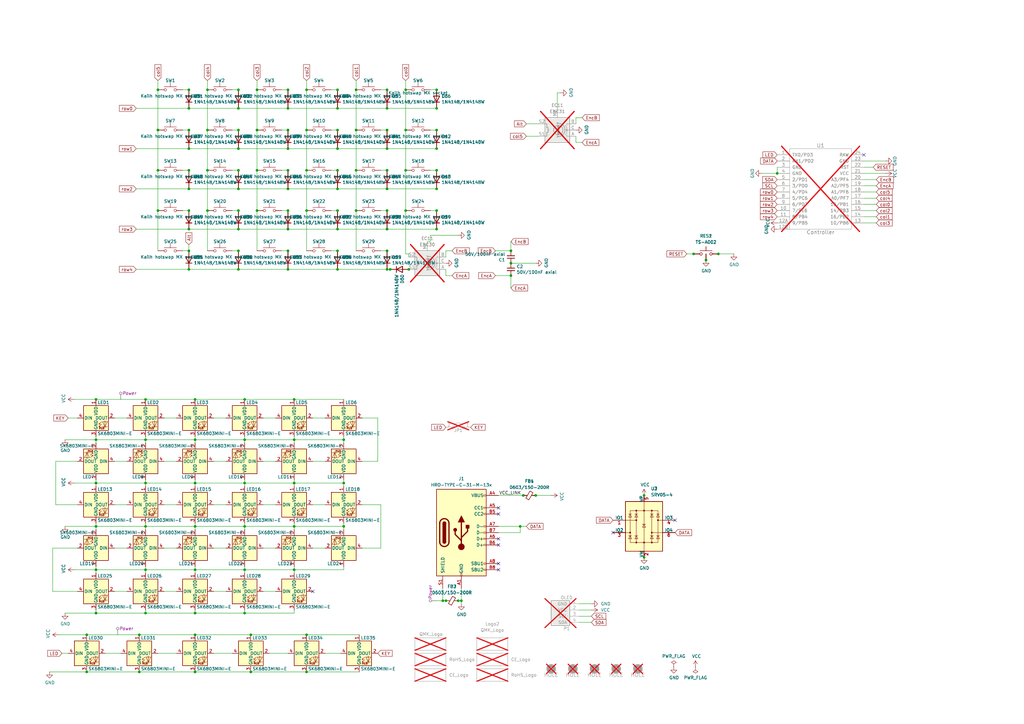
<source format=kicad_sch>
(kicad_sch (version 20250114) (generator "eeschema") (generator_version "9.0")
  (paper "A3")
  (title_block (title "Lotus 58 - USB Link") (date "2025-04-03") (rev "v1.5.1") (company "Markus Knutsson <markus.knutsson@tweety.se>") (comment 1 "https://github.com/TweetyDaBird") (comment 2 "Licensed under CERN-OHL-S v2 or any superseding version"))
  (junction (at 77.47 86.36))
  (junction (at 146.05 53.34))
  (junction (at 77.47 102.87))
  (junction (at 59.69 251.46))
  (junction (at 138.43 53.34))
  (junction (at 158.75 93.98))
  (junction (at 264.16 203.2))
  (junction (at 59.69 198.12))
  (junction (at 100.33 233.68))
  (junction (at 80.01 198.12))
  (junction (at 181.61 246.38))
  (junction (at 219.71 203.2))
  (junction (at 118.11 110.49))
  (junction (at 158.75 69.85))
  (junction (at 166.37 53.34))
  (junction (at 100.33 180.34))
  (junction (at 85.09 86.36))
  (junction (at 80.01 163.83))
  (junction (at 105.41 86.36))
  (junction (at 160.02 110.49))
  (junction (at 97.79 86.36))
  (junction (at 209.55 113.03))
  (junction (at 138.43 36.83))
  (junction (at 179.07 53.34))
  (junction (at 179.07 93.98))
  (junction (at 138.43 69.85))
  (junction (at 179.07 77.47))
  (junction (at 138.43 60.96))
  (junction (at 158.75 60.96))
  (junction (at 187.96 246.38))
  (junction (at 39.37 163.83))
  (junction (at 214.63 203.2))
  (junction (at 59.69 233.68))
  (junction (at 77.47 110.49))
  (junction (at 80.01 251.46))
  (junction (at 138.43 44.45))
  (junction (at 102.87 275.59))
  (junction (at 138.43 77.47))
  (junction (at 125.73 275.59))
  (junction (at 146.05 36.83))
  (junction (at 85.09 53.34))
  (junction (at 97.79 53.34))
  (junction (at 118.11 86.36))
  (junction (at 125.73 260.35))
  (junction (at 125.73 36.83))
  (junction (at 97.79 77.47))
  (junction (at 118.11 102.87))
  (junction (at 64.77 53.34))
  (junction (at 158.75 36.83))
  (junction (at 97.79 36.83))
  (junction (at 140.97 215.9))
  (junction (at 77.47 44.45))
  (junction (at 57.15 275.59))
  (junction (at 85.09 36.83))
  (junction (at 35.56 260.35))
  (junction (at 77.47 77.47))
  (junction (at 57.15 260.35))
  (junction (at 138.43 102.87))
  (junction (at 166.37 69.85))
  (junction (at 97.79 60.96))
  (junction (at 125.73 86.36))
  (junction (at 59.69 163.83))
  (junction (at 39.37 198.12))
  (junction (at 138.43 86.36))
  (junction (at 118.11 36.83))
  (junction (at 97.79 44.45))
  (junction (at 77.47 93.98))
  (junction (at 140.97 198.12))
  (junction (at 100.33 163.83))
  (junction (at 85.09 69.85))
  (junction (at 64.77 36.83))
  (junction (at 77.47 69.85))
  (junction (at 77.47 60.96))
  (junction (at 138.43 110.49))
  (junction (at 39.37 215.9))
  (junction (at 179.07 60.96))
  (junction (at 39.37 251.46))
  (junction (at 284.48 104.14))
  (junction (at 118.11 60.96))
  (junction (at 213.36 215.9))
  (junction (at 64.77 69.85))
  (junction (at 97.79 110.49))
  (junction (at 105.41 69.85))
  (junction (at 120.65 233.68))
  (junction (at 118.11 69.85))
  (junction (at 120.65 198.12))
  (junction (at 97.79 69.85))
  (junction (at 39.37 233.68))
  (junction (at 138.43 93.98))
  (junction (at 35.56 275.59))
  (junction (at 179.07 69.85))
  (junction (at 59.69 180.34))
  (junction (at 80.01 215.9))
  (junction (at 182.88 246.38))
  (junction (at 120.65 163.83))
  (junction (at 179.07 86.36))
  (junction (at 118.11 44.45))
  (junction (at 158.75 77.47))
  (junction (at 189.23 246.38))
  (junction (at 120.65 180.34))
  (junction (at 158.75 53.34))
  (junction (at 158.75 44.45))
  (junction (at 146.05 69.85))
  (junction (at 158.75 110.49))
  (junction (at 209.55 102.87))
  (junction (at 120.65 215.9))
  (junction (at 289.56 106.68))
  (junction (at 318.77 71.12))
  (junction (at 140.97 180.34))
  (junction (at 39.37 180.34))
  (junction (at 100.33 198.12))
  (junction (at 264.16 228.6))
  (junction (at 105.41 36.83))
  (junction (at 80.01 260.35))
  (junction (at 167.64 110.49))
  (junction (at 102.87 260.35))
  (junction (at 80.01 180.34))
  (junction (at 125.73 69.85))
  (junction (at 105.41 53.34))
  (junction (at 80.01 233.68))
  (junction (at 125.73 53.34))
  (junction (at 118.11 53.34))
  (junction (at 118.11 77.47))
  (junction (at 77.47 53.34))
  (junction (at 294.64 104.14))
  (junction (at 100.33 215.9))
  (junction (at 179.07 36.83))
  (junction (at 158.75 86.36))
  (junction (at 209.55 107.95))
  (junction (at 166.37 36.83))
  (junction (at 118.11 93.98))
  (junction (at 166.37 86.36))
  (junction (at 179.07 44.45))
  (junction (at 100.33 251.46))
  (junction (at 64.77 86.36))
  (junction (at 80.01 275.59))
  (junction (at 97.79 102.87))
  (junction (at 77.47 36.83))
  (junction (at 97.79 93.98))
  (junction (at 158.75 102.87))
  (junction (at 146.05 86.36))
  (junction (at 59.69 215.9))
  (no_connect (at 204.47 223.52))
  (no_connect (at 204.47 208.28))
  (no_connect (at 204.47 210.82))
  (no_connect (at 128.27 242.57))
  (no_connect (at 204.47 231.14))
  (no_connect (at 204.47 233.68))
  (no_connect (at 251.46 218.44))
  (no_connect (at 276.86 213.36))
  (no_connect (at 204.47 220.98))
  (no_connect (at 354.33 63.5))
  (wire (pts (xy 354.33 81.28) (xy 359.41 81.28)))
  (wire (pts (xy 140.97 180.34) (xy 140.97 179.07)))
  (wire (pts (xy 237.49 247.65) (xy 242.57 247.65)))
  (wire (pts (xy 120.65 180.34) (xy 120.65 179.07)))
  (wire (pts (xy 80.01 215.9) (xy 100.33 215.9)))
  (wire (pts (xy 120.65 163.83) (xy 140.97 163.83)))
  (wire (pts (xy 228.6 38.1) (xy 228.6 44.45)))
  (wire (pts (xy 158.75 53.34) (xy 156.21 53.34)))
  (wire (pts (xy 209.55 102.87) (xy 209.55 99.06)))
  (wire (pts (xy 120.65 199.39) (xy 120.65 198.12)))
  (wire (pts (xy 135.89 36.83) (xy 138.43 36.83)))
  (wire (pts (xy 107.95 242.57) (xy 113.03 242.57)))
  (wire (pts (xy 107.95 171.45) (xy 113.03 171.45)))
  (wire (pts (xy 128.27 207.01) (xy 133.35 207.01)))
  (wire (pts (xy 67.31 189.23) (xy 72.39 189.23)))
  (wire (pts (xy 95.25 69.85) (xy 97.79 69.85)))
  (wire (pts (xy 67.31 224.79) (xy 72.39 224.79)))
  (wire (pts (xy 80.01 198.12) (xy 80.01 199.39)))
  (wire (pts (xy 39.37 251.46) (xy 39.37 250.19)))
  (wire (pts (xy 220.98 50.8) (xy 215.9 50.8)))
  (wire (pts (xy 59.69 234.95) (xy 59.69 233.68)))
  (wire (pts (xy 181.61 246.38) (xy 182.88 246.38)))
  (wire (pts (xy 140.97 198.12) (xy 140.97 199.39)))
  (wire (pts (xy 46.99 189.23) (xy 52.07 189.23)))
  (wire (pts (xy 128.27 171.45) (xy 133.35 171.45)))
  (wire (pts (xy 120.65 232.41) (xy 120.65 233.68)))
  (wire (pts (xy 21.59 224.79) (xy 21.59 242.57)))
  (wire (pts (xy 31.75 224.79) (xy 21.59 224.79)))
  (wire (pts (xy 87.63 189.23) (xy 92.71 189.23)))
  (wire (pts (xy 55.88 110.49) (xy 77.47 110.49)))
  (wire (pts (xy 87.63 207.01) (xy 92.71 207.01)))
  (wire (pts (xy 156.21 207.01) (xy 156.21 224.79)))
  (wire (pts (xy 95.25 36.83) (xy 97.79 36.83)))
  (wire (pts (xy 59.69 198.12) (xy 80.01 198.12)))
  (wire (pts (xy 80.01 163.83) (xy 100.33 163.83)))
  (wire (pts (xy 77.47 86.36) (xy 74.93 86.36)))
  (wire (pts (xy 57.15 260.35) (xy 80.01 260.35)))
  (wire (pts (xy 203.2 102.87) (xy 209.55 102.87)))
  (wire (pts (xy 118.11 102.87) (xy 115.57 102.87)))
  (wire (pts (xy 189.23 247.65) (xy 189.23 246.38)))
  (wire (pts (xy 87.63 171.45) (xy 92.71 171.45)))
  (wire (pts (xy 158.75 60.96) (xy 179.07 60.96)))
  (wire (pts (xy 105.41 53.34) (xy 105.41 69.85)))
  (wire (pts (xy 39.37 198.12) (xy 30.48 198.12)))
  (wire (pts (xy 120.65 233.68) (xy 140.97 233.68)))
  (wire (pts (xy 64.77 33.02) (xy 64.77 36.83)))
  (wire (pts (xy 35.56 260.35) (xy 57.15 260.35)))
  (wire (pts (xy 115.57 36.83) (xy 118.11 36.83)))
  (wire (pts (xy 158.75 110.49) (xy 160.02 110.49)))
  (wire (pts (xy 125.73 36.83) (xy 125.73 53.34)))
  (wire (pts (xy 59.69 198.12) (xy 59.69 199.39)))
  (wire (pts (xy 125.73 33.02) (xy 125.73 36.83)))
  (wire (pts (xy 30.48 163.83) (xy 39.37 163.83)))
  (wire (pts (xy 105.41 69.85) (xy 105.41 86.36)))
  (wire (pts (xy 27.94 171.45) (xy 31.75 171.45)))
  (wire (pts (xy 46.99 171.45) (xy 52.07 171.45)))
  (wire (pts (xy 39.37 180.34) (xy 39.37 181.61)))
  (wire (pts (xy 80.01 214.63) (xy 80.01 215.9)))
  (wire (pts (xy 55.88 60.96) (xy 77.47 60.96)))
  (wire (pts (xy 77.47 60.96) (xy 97.79 60.96)))
  (wire (pts (xy 59.69 232.41) (xy 59.69 233.68)))
  (wire (pts (xy 74.93 69.85) (xy 77.47 69.85)))
  (wire (pts (xy 105.41 36.83) (xy 105.41 53.34)))
  (wire (pts (xy 80.01 180.34) (xy 59.69 180.34)))
  (wire (pts (xy 31.75 207.01) (xy 22.86 207.01)))
  (wire (pts (xy 318.77 71.12) (xy 312.42 71.12)))
  (wire (pts (xy 110.49 267.97) (xy 118.11 267.97)))
  (wire (pts (xy 100.33 180.34) (xy 100.33 179.07)))
  (wire (pts (xy 39.37 217.17) (xy 39.37 215.9)))
  (wire (pts (xy 97.79 110.49) (xy 118.11 110.49)))
  (wire (pts (xy 354.33 73.66) (xy 359.41 73.66)))
  (wire (pts (xy 138.43 69.85) (xy 135.89 69.85)))
  (wire (pts (xy 77.47 100.33) (xy 77.47 102.87)))
  (wire (pts (xy 39.37 198.12) (xy 39.37 199.39)))
  (wire (pts (xy 176.53 69.85) (xy 179.07 69.85)))
  (wire (pts (xy 237.49 250.19) (xy 242.57 250.19)))
  (wire (pts (xy 102.87 275.59) (xy 125.73 275.59)))
  (wire (pts (xy 237.49 255.27) (xy 242.57 255.27)))
  (wire (pts (xy 105.41 86.36) (xy 105.41 102.87)))
  (wire (pts (xy 80.01 180.34) (xy 100.33 180.34)))
  (wire (pts (xy 46.99 242.57) (xy 52.07 242.57)))
  (wire (pts (xy 185.42 113.03) (xy 182.88 113.03)))
  (wire (pts (xy 102.87 260.35) (xy 125.73 260.35)))
  (wire (pts (xy 100.33 198.12) (xy 100.33 199.39)))
  (wire (pts (xy 39.37 179.07) (xy 39.37 180.34)))
  (wire (pts (xy 97.79 77.47) (xy 118.11 77.47)))
  (wire (pts (xy 77.47 93.98) (xy 97.79 93.98)))
  (wire (pts (xy 318.77 68.58) (xy 318.77 71.12)))
  (wire (pts (xy 125.73 69.85) (xy 125.73 86.36)))
  (wire (pts (xy 182.88 113.03) (xy 182.88 110.49)))
  (wire (pts (xy 209.55 118.11) (xy 209.55 113.03)))
  (wire (pts (xy 25.4 267.97) (xy 27.94 267.97)))
  (wire (pts (xy 220.98 55.88) (xy 215.9 55.88)))
  (wire (pts (xy 146.05 86.36) (xy 146.05 102.87)))
  (wire (pts (xy 39.37 196.85) (xy 39.37 198.12)))
  (wire (pts (xy 238.76 48.26) (xy 236.22 48.26)))
  (wire (pts (xy 57.15 275.59) (xy 80.01 275.59)))
  (wire (pts (xy 187.96 96.52) (xy 176.53 96.52)))
  (wire (pts (xy 105.41 33.02) (xy 105.41 36.83)))
  (wire (pts (xy 189.23 241.3) (xy 189.23 246.38)))
  (wire (pts (xy 354.33 71.12) (xy 363.22 71.12)))
  (wire (pts (xy 87.63 267.97) (xy 95.25 267.97)))
  (wire (pts (xy 97.79 60.96) (xy 118.11 60.96)))
  (wire (pts (xy 146.05 36.83) (xy 146.05 53.34)))
  (wire (pts (xy 59.69 251.46) (xy 39.37 251.46)))
  (wire (pts (xy 125.73 53.34) (xy 125.73 69.85)))
  (wire (pts (xy 179.07 246.38) (xy 181.61 246.38)))
  (wire (pts (xy 176.53 86.36) (xy 179.07 86.36)))
  (wire (pts (xy 100.33 180.34) (xy 120.65 180.34)))
  (wire (pts (xy 21.59 242.57) (xy 31.75 242.57)))
  (wire (pts (xy 166.37 36.83) (xy 166.37 53.34)))
  (wire (pts (xy 64.77 267.97) (xy 72.39 267.97)))
  (wire (pts (xy 354.33 76.2) (xy 359.41 76.2)))
  (wire (pts (xy 100.33 251.46) (xy 80.01 251.46)))
  (wire (pts (xy 135.89 86.36) (xy 138.43 86.36)))
  (wire (pts (xy 146.05 53.34) (xy 146.05 69.85)))
  (wire (pts (xy 80.01 251.46) (xy 80.01 250.19)))
  (wire (pts (xy 97.79 53.34) (xy 95.25 53.34)))
  (wire (pts (xy 100.33 233.68) (xy 100.33 232.41)))
  (wire (pts (xy 354.33 66.04) (xy 363.22 66.04)))
  (wire (pts (xy 67.31 207.01) (xy 72.39 207.01)))
  (wire (pts (xy 118.11 93.98) (xy 138.43 93.98)))
  (wire (pts (xy 80.01 234.95) (xy 80.01 233.68)))
  (wire (pts (xy 146.05 69.85) (xy 146.05 86.36)))
  (wire (pts (xy 148.59 224.79) (xy 156.21 224.79)))
  (wire (pts (xy 100.33 215.9) (xy 120.65 215.9)))
  (wire (pts (xy 85.09 33.02) (xy 85.09 36.83)))
  (wire (pts (xy 30.48 233.68) (xy 39.37 233.68)))
  (wire (pts (xy 229.87 38.1) (xy 228.6 38.1)))
  (wire (pts (xy 125.73 86.36) (xy 125.73 102.87)))
  (wire (pts (xy 175.26 99.06) (xy 176.53 99.06)))
  (wire (pts (xy 166.37 104.14) (xy 166.37 86.36)))
  (wire (pts (xy 43.18 267.97) (xy 49.53 267.97)))
  (wire (pts (xy 100.33 234.95) (xy 100.33 233.68)))
  (wire (pts (xy 55.88 93.98) (xy 77.47 93.98)))
  (wire (pts (xy 46.99 224.79) (xy 52.07 224.79)))
  (wire (pts (xy 158.75 102.87) (xy 156.21 102.87)))
  (wire (pts (xy 125.73 260.35) (xy 147.32 260.35)))
  (wire (pts (xy 115.57 53.34) (xy 118.11 53.34)))
  (wire (pts (xy 140.97 214.63) (xy 140.97 215.9)))
  (wire (pts (xy 107.95 224.79) (xy 113.03 224.79)))
  (wire (pts (xy 138.43 102.87) (xy 135.89 102.87)))
  (wire (pts (xy 80.01 180.34) (xy 80.01 181.61)))
  (wire (pts (xy 120.65 251.46) (xy 100.33 251.46)))
  (wire (pts (xy 26.67 215.9) (xy 39.37 215.9)))
  (wire (pts (xy 140.97 198.12) (xy 140.97 196.85)))
  (wire (pts (xy 100.33 181.61) (xy 100.33 180.34)))
  (wire (pts (xy 176.53 36.83) (xy 179.07 36.83)))
  (wire (pts (xy 140.97 180.34) (xy 140.97 181.61)))
  (wire (pts (xy 120.65 181.61) (xy 120.65 180.34)))
  (wire (pts (xy 354.33 83.82) (xy 359.41 83.82)))
  (wire (pts (xy 87.63 224.79) (xy 92.71 224.79)))
  (wire (pts (xy 238.76 58.42) (xy 236.22 58.42)))
  (wire (pts (xy 203.2 113.03) (xy 209.55 113.03)))
  (wire (pts (xy 213.36 215.9) (xy 213.36 218.44)))
  (wire (pts (xy 59.69 163.83) (xy 80.01 163.83)))
  (wire (pts (xy 226.06 203.2) (xy 219.71 203.2)))
  (wire (pts (xy 120.65 215.9) (xy 140.97 215.9)))
  (wire (pts (xy 80.01 198.12) (xy 80.01 196.85)))
  (wire (pts (xy 209.55 107.95) (xy 219.71 107.95)))
  (wire (pts (xy 354.33 88.9) (xy 359.41 88.9)))
  (wire (pts (xy 67.31 242.57) (xy 72.39 242.57)))
  (wire (pts (xy 22.86 207.01) (xy 22.86 189.23)))
  (wire (pts (xy 281.686 104.14) (xy 284.48 104.14)))
  (wire (pts (xy 236.22 48.26) (xy 236.22 50.8)))
  (wire (pts (xy 77.47 110.49) (xy 97.79 110.49)))
  (wire (pts (xy 87.63 242.57) (xy 92.71 242.57)))
  (wire (pts (xy 59.69 251.46) (xy 59.69 250.19)))
  (wire (pts (xy 158.75 36.83) (xy 156.21 36.83)))
  (wire (pts (xy 39.37 180.34) (xy 26.67 180.34)))
  (wire (pts (xy 213.36 218.44) (xy 204.47 218.44)))
  (wire (pts (xy 118.11 86.36) (xy 115.57 86.36)))
  (wire (pts (xy 138.43 60.96) (xy 158.75 60.96)))
  (wire (pts (xy 158.75 77.47) (xy 179.07 77.47)))
  (wire (pts (xy 59.69 180.34) (xy 59.69 179.07)))
  (wire (pts (xy 354.33 91.44) (xy 359.41 91.44)))
  (wire (pts (xy 39.37 163.83) (xy 59.69 163.83)))
  (wire (pts (xy 55.88 44.45) (xy 77.47 44.45)))
  (wire (pts (xy 176.53 96.52) (xy 176.53 99.06)))
  (wire (pts (xy 166.37 69.85) (xy 166.37 86.36)))
  (wire (pts (xy 213.36 215.9) (xy 215.9 215.9)))
  (wire (pts (xy 120.65 234.95) (xy 120.65 233.68)))
  (wire (pts (xy 179.07 53.34) (xy 176.53 53.34)))
  (wire (pts (xy 39.37 180.34) (xy 59.69 180.34)))
  (wire (pts (xy 100.33 214.63) (xy 100.33 215.9)))
  (wire (pts (xy 59.69 214.63) (xy 59.69 215.9)))
  (wire (pts (xy 120.65 180.34) (xy 140.97 180.34)))
  (wire (pts (xy 140.97 233.68) (xy 140.97 232.41)))
  (wire (pts (xy 118.11 110.49) (xy 138.43 110.49)))
  (wire (pts (xy 138.43 77.47) (xy 158.75 77.47)))
  (wire (pts (xy 100.33 198.12) (xy 120.65 198.12)))
  (wire (pts (xy 120.65 251.46) (xy 120.65 250.19)))
  (wire (pts (xy 354.33 68.58) (xy 358.14 68.58)))
  (wire (pts (xy 120.65 198.12) (xy 120.65 196.85)))
  (wire (pts (xy 148.59 207.01) (xy 156.21 207.01)))
  (wire (pts (xy 154.94 171.45) (xy 154.94 189.23)))
  (wire (pts (xy 80.01 275.59) (xy 102.87 275.59)))
  (wire (pts (xy 118.11 77.47) (xy 138.43 77.47)))
  (wire (pts (xy 80.01 179.07) (xy 80.01 180.34)))
  (wire (pts (xy 118.11 44.45) (xy 138.43 44.45)))
  (wire (pts (xy 85.09 86.36) (xy 85.09 102.87)))
  (wire (pts (xy 59.69 198.12) (xy 59.69 196.85)))
  (wire (pts (xy 59.69 181.61) (xy 59.69 180.34)))
  (wire (pts (xy 80.01 260.35) (xy 102.87 260.35)))
  (wire (pts (xy 80.01 217.17) (xy 80.01 215.9)))
  (wire (pts (xy 167.64 104.14) (xy 166.37 104.14)))
  (wire (pts (xy 35.56 275.59) (xy 57.15 275.59)))
  (wire (pts (xy 67.31 171.45) (xy 72.39 171.45)))
  (wire (pts (xy 185.42 102.87) (xy 182.88 102.87)))
  (wire (pts (xy 120.65 198.12) (xy 140.97 198.12)))
  (wire (pts (xy 300.99 104.14) (xy 294.64 104.14)))
  (wire (pts (xy 80.01 233.68) (xy 80.01 232.41)))
  (wire (pts (xy 97.79 44.45) (xy 118.11 44.45)))
  (wire (pts (xy 46.99 207.01) (xy 52.07 207.01)))
  (wire (pts (xy 39.37 232.41) (xy 39.37 233.68)))
  (wire (pts (xy 64.77 53.34) (xy 64.77 69.85)))
  (wire (pts (xy 148.59 189.23) (xy 154.94 189.23)))
  (wire (pts (xy 128.27 224.79) (xy 133.35 224.79)))
  (wire (pts (xy 39.37 234.95) (xy 39.37 233.68)))
  (wire (pts (xy 80.01 198.12) (xy 100.33 198.12)))
  (wire (pts (xy 214.63 203.2) (xy 204.47 203.2)))
  (wire (pts (xy 59.69 233.68) (xy 80.01 233.68)))
  (wire (pts (xy 64.77 86.36) (xy 64.77 102.87)))
  (wire (pts (xy 59.69 215.9) (xy 80.01 215.9)))
  (wire (pts (xy 107.95 189.23) (xy 113.03 189.23)))
  (wire (pts (xy 146.05 33.02) (xy 146.05 36.83)))
  (wire (pts (xy 166.37 53.34) (xy 166.37 69.85)))
  (wire (pts (xy 166.37 33.02) (xy 166.37 36.83)))
  (wire (pts (xy 167.64 104.14) (xy 167.64 105.41)))
  (wire (pts (xy 181.61 241.3) (xy 181.61 246.38)))
  (wire (pts (xy 80.01 251.46) (xy 59.69 251.46)))
  (wire (pts (xy 158.75 44.45) (xy 179.07 44.45)))
  (wire (pts (xy 100.33 163.83) (xy 120.65 163.83)))
  (wire (pts (xy 100.33 251.46) (xy 100.33 250.19)))
  (wire (pts (xy 77.47 44.45) (xy 97.79 44.45)))
  (wire (pts (xy 237.49 252.73) (xy 242.57 252.73)))
  (wire (pts (xy 158.75 93.98) (xy 179.07 93.98)))
  (wire (pts (xy 100.33 233.68) (xy 120.65 233.68)))
  (wire (pts (xy 97.79 93.98) (xy 118.11 93.98)))
  (wire (pts (xy 120.65 217.17) (xy 120.65 215.9)))
  (wire (pts (xy 97.79 86.36) (xy 95.25 86.36)))
  (wire (pts (xy 22.86 189.23) (xy 31.75 189.23)))
  (wire (pts (xy 39.37 251.46) (xy 26.67 251.46)))
  (wire (pts (xy 20.32 275.59) (xy 35.56 275.59)))
  (wire (pts (xy 39.37 215.9) (xy 59.69 215.9)))
  (wire (pts (xy 85.09 69.85) (xy 85.09 86.36)))
  (wire (pts (xy 182.88 102.87) (xy 182.88 105.41)))
  (wire (pts (xy 107.95 207.01) (xy 113.03 207.01)))
  (wire (pts (xy 158.75 69.85) (xy 156.21 69.85)))
  (wire (pts (xy 97.79 102.87) (xy 95.25 102.87)))
  (wire (pts (xy 77.47 53.34) (xy 74.93 53.34)))
  (wire (pts (xy 187.96 246.38) (xy 189.23 246.38)))
  (wire (pts (xy 354.33 86.36) (xy 359.41 86.36)))
  (wire (pts (xy 100.33 215.9) (xy 100.33 217.17)))
  (wire (pts (xy 138.43 53.34) (xy 135.89 53.34)))
  (wire (pts (xy 115.57 69.85) (xy 118.11 69.85)))
  (wire (pts (xy 133.35 267.97) (xy 139.7 267.97)))
  (wire (pts (xy 77.47 36.83) (xy 74.93 36.83)))
  (wire (pts (xy 148.59 171.45) (xy 154.94 171.45)))
  (wire (pts (xy 80.01 233.68) (xy 100.33 233.68)))
  (wire (pts (xy 120.65 214.63) (xy 120.65 215.9)))
  (wire (pts (xy 138.43 110.49) (xy 158.75 110.49)))
  (wire (pts (xy 77.47 77.47) (xy 97.79 77.47)))
  (wire (pts (xy 158.75 86.36) (xy 156.21 86.36)))
  (wire (pts (xy 138.43 93.98) (xy 158.75 93.98)))
  (wire (pts (xy 39.37 198.12) (xy 59.69 198.12)))
  (wire (pts (xy 85.09 36.83) (xy 85.09 53.34)))
  (wire (pts (xy 55.88 77.47) (xy 77.47 77.47)))
  (wire (pts (xy 59.69 215.9) (xy 59.69 217.17)))
  (wire (pts (xy 39.37 233.68) (xy 59.69 233.68)))
  (wire (pts (xy 100.33 198.12) (xy 100.33 196.85)))
  (wire (pts (xy 118.11 60.96) (xy 138.43 60.96)))
  (wire (pts (xy 236.22 58.42) (xy 236.22 55.88)))
  (wire (pts (xy 125.73 275.59) (xy 147.32 275.59)))
  (wire (pts (xy 39.37 214.63) (xy 39.37 215.9)))
  (wire (pts (xy 354.33 78.74) (xy 359.41 78.74)))
  (wire (pts (xy 24.13 260.35) (xy 35.56 260.35)))
  (wire (pts (xy 74.93 102.87) (xy 77.47 102.87)))
  (wire (pts (xy 204.47 215.9) (xy 213.36 215.9)))
  (wire (pts (xy 140.97 215.9) (xy 140.97 217.17)))
  (wire (pts (xy 64.77 36.83) (xy 64.77 53.34)))
  (wire (pts (xy 138.43 44.45) (xy 158.75 44.45)))
  (wire (pts (xy 85.09 53.34) (xy 85.09 69.85)))
  (wire (pts (xy 64.77 69.85) (xy 64.77 86.36)))
  (wire (pts (xy 128.27 189.23) (xy 133.35 189.23)))
  (label "VCC_LINK" (at 204.724 203.2 0))
  (global_label "Alt" (shape input) (at 77.47 100.33 90) (property "Intersheetrefs" "${INTERSHEET_REFS}" (effects (hide yes))))
  (global_label "col2" (shape input) (at 359.41 86.36 0) (property "Intersheetrefs" "${INTERSHEET_REFS}" (effects (hide yes))))
  (global_label "EncB" (shape input) (at 359.41 73.66 0) (property "Intersheetrefs" "${INTERSHEET_REFS}" (effects (hide yes))))
  (global_label "RESET" (shape input) (at 281.686 104.14 180) (property "Intersheetrefs" "${INTERSHEET_REFS}" (effects (hide yes))))
  (global_label "row2" (shape input) (at 318.77 83.82 180) (property "Intersheetrefs" "${INTERSHEET_REFS}" (effects (hide yes))))
  (global_label "RESET" (shape input) (at 358.14 68.58 0) (property "Intersheetrefs" "${INTERSHEET_REFS}" (effects (hide yes))))
  (global_label "EncA" (shape input) (at 238.76 58.42 0) (property "Intersheetrefs" "${INTERSHEET_REFS}" (effects (hide yes))))
  (global_label "col4" (shape input) (at 85.09 33.02 90) (property "Intersheetrefs" "${INTERSHEET_REFS}" (effects (hide yes))))
  (global_label "DATA" (shape input) (at 276.86 218.44 0) (property "Intersheetrefs" "${INTERSHEET_REFS}" (effects (hide yes))))
  (global_label "row1" (shape input) (at 318.77 81.28 180) (property "Intersheetrefs" "${INTERSHEET_REFS}" (effects (hide yes))))
  (global_label "EncB" (shape input) (at 203.2 102.87 180) (property "Intersheetrefs" "${INTERSHEET_REFS}" (effects (hide yes))))
  (global_label "EncA" (shape input) (at 209.55 118.11 0) (property "Intersheetrefs" "${INTERSHEET_REFS}" (effects (hide yes))))
  (global_label "row3" (shape input) (at 55.88 93.98 180) (property "Intersheetrefs" "${INTERSHEET_REFS}" (effects (hide yes))))
  (global_label "row3" (shape input) (at 318.77 86.36 180) (property "Intersheetrefs" "${INTERSHEET_REFS}" (effects (hide yes))))
  (global_label "SCL" (shape input) (at 318.77 76.2 180) (property "Intersheetrefs" "${INTERSHEET_REFS}" (effects (hide yes))))
  (global_label "LED" (shape input) (at 25.4 267.97 180) (property "Intersheetrefs" "${INTERSHEET_REFS}" (effects (hide yes))))
  (global_label "SDA" (shape input) (at 242.57 255.27 0) (property "Intersheetrefs" "${INTERSHEET_REFS}" (effects (hide yes))))
  (global_label "EncA" (shape input) (at 185.42 113.03 0) (property "Intersheetrefs" "${INTERSHEET_REFS}" (effects (hide yes))))
  (global_label "col4" (shape input) (at 359.41 81.28 0) (property "Intersheetrefs" "${INTERSHEET_REFS}" (effects (hide yes))))
  (global_label "row1" (shape input) (at 55.88 60.96 180) (property "Intersheetrefs" "${INTERSHEET_REFS}" (effects (hide yes))))
  (global_label "KEY" (shape input) (at 193.04 175.26 0) (property "Intersheetrefs" "${INTERSHEET_REFS}" (effects (hide yes))))
  (global_label "row2" (shape input) (at 55.88 77.47 180) (property "Intersheetrefs" "${INTERSHEET_REFS}" (effects (hide yes))))
  (global_label "col5" (shape input) (at 215.9 55.88 180) (property "Intersheetrefs" "${INTERSHEET_REFS}" (effects (hide yes))))
  (global_label "col5" (shape input) (at 64.77 33.02 90) (property "Intersheetrefs" "${INTERSHEET_REFS}" (effects (hide yes))))
  (global_label "EncA" (shape input) (at 359.41 76.2 0) (property "Intersheetrefs" "${INTERSHEET_REFS}" (effects (hide yes))))
  (global_label "col0" (shape input) (at 359.41 83.82 0) (property "Intersheetrefs" "${INTERSHEET_REFS}" (effects (hide yes))))
  (global_label "col3" (shape input) (at 105.41 33.02 90) (property "Intersheetrefs" "${INTERSHEET_REFS}" (effects (hide yes))))
  (global_label "EncB" (shape input) (at 238.76 48.26 0) (property "Intersheetrefs" "${INTERSHEET_REFS}" (effects (hide yes))))
  (global_label "LED" (shape input) (at 318.77 63.5 180) (property "Intersheetrefs" "${INTERSHEET_REFS}" (effects (hide yes))))
  (global_label "SCL" (shape input) (at 242.57 252.73 0) (property "Intersheetrefs" "${INTERSHEET_REFS}" (effects (hide yes))))
  (global_label "row0" (shape input) (at 55.88 44.45 180) (property "Intersheetrefs" "${INTERSHEET_REFS}" (effects (hide yes))))
  (global_label "SDA" (shape input) (at 318.77 73.66 180) (property "Intersheetrefs" "${INTERSHEET_REFS}" (effects (hide yes))))
  (global_label "Alt" (shape input) (at 215.9 50.8 180) (property "Intersheetrefs" "${INTERSHEET_REFS}" (effects (hide yes))))
  (global_label "col5" (shape input) (at 359.41 78.74 0) (property "Intersheetrefs" "${INTERSHEET_REFS}" (effects (hide yes))))
  (global_label "DATA" (shape input) (at 215.9 215.9 0) (property "Intersheetrefs" "${INTERSHEET_REFS}" (effects (hide yes))))
  (global_label "EncB" (shape input) (at 209.55 99.06 0) (property "Intersheetrefs" "${INTERSHEET_REFS}" (effects (hide yes))))
  (global_label "EncA" (shape input) (at 203.2 113.03 180) (property "Intersheetrefs" "${INTERSHEET_REFS}" (effects (hide yes))))
  (global_label "KEY" (shape input) (at 27.94 171.45 180) (property "Intersheetrefs" "${INTERSHEET_REFS}" (effects (hide yes))))
  (global_label "row4" (shape input) (at 55.88 110.49 180) (property "Intersheetrefs" "${INTERSHEET_REFS}" (effects (hide yes))))
  (global_label "row0" (shape input) (at 318.77 78.74 180) (property "Intersheetrefs" "${INTERSHEET_REFS}" (effects (hide yes))))
  (global_label "col1" (shape input) (at 359.41 88.9 0) (property "Intersheetrefs" "${INTERSHEET_REFS}" (effects (hide yes))))
  (global_label "col1" (shape input) (at 146.05 33.02 90) (property "Intersheetrefs" "${INTERSHEET_REFS}" (effects (hide yes))))
  (global_label "col0" (shape input) (at 166.37 33.02 90) (property "Intersheetrefs" "${INTERSHEET_REFS}" (effects (hide yes))))
  (global_label "col2" (shape input) (at 125.73 33.02 90) (property "Intersheetrefs" "${INTERSHEET_REFS}" (effects (hide yes))))
  (global_label "DATA" (shape input) (at 318.77 66.04 180) (property "Intersheetrefs" "${INTERSHEET_REFS}" (effects (hide yes))))
  (global_label "row4" (shape input) (at 318.77 88.9 180) (property "Intersheetrefs" "${INTERSHEET_REFS}" (effects (hide yes))))
  (global_label "KEY" (shape input) (at 154.94 267.97 0) (property "Intersheetrefs" "${INTERSHEET_REFS}" (effects (hide yes))))
  (global_label "DATA" (shape input) (at 251.46 213.36 180) (property "Intersheetrefs" "${INTERSHEET_REFS}" (effects (hide yes))))
  (global_label "col3" (shape input) (at 359.41 91.44 0) (property "Intersheetrefs" "${INTERSHEET_REFS}" (effects (hide yes))))
  (global_label "EncB" (shape input) (at 185.42 102.87 0) (property "Intersheetrefs" "${INTERSHEET_REFS}" (effects (hide yes))))
  (global_label "LED" (shape input) (at 182.88 175.26 180) (property "Intersheetrefs" "${INTERSHEET_REFS}" (effects (hide yes))))
  (netclass_flag "" (length 2.54) (shape round) (at 49.53 163.83 0) (property "Netclass" "Power" (at 50.1396 161.29 0) (effects (font (italic yes)) (justify left))))
  (netclass_flag "" (length 2.54) (shape round) (at 179.07 246.38 90) (property "Netclass" "Power" (at 176.53 245.7704 90) (effects (font (italic yes)) (justify left))))
  (netclass_flag "" (length 2.54) (shape round) (at 48.26 260.35 0) (property "Netclass" "Power" (at 48.8696 257.81 0) (effects (font (italic yes)) (justify left))))
  (symbol (lib_id "Keyboard_Controllers:ProMicro_jumpers_v2") (at 336.55 77.47 0) (unit 1) (dnp yes)
    (property "Reference" "U1" (at 336.55 59.69 0) (effects (font (size 1.524 1.524))))
    (property "Value" "Controller" (at 336.55 95.25 0) (effects (font (size 1.524 1.524))))
    (property "Footprint" "Keyboard Controllers:ProMicro_jumpers_V3" (effects (hide yes)))
  )
  (symbol (lib_id "Switch:SW_Push") (at 90.17 102.87 0) (mirror y) (unit 1)
    (property "Reference" "SW26" (at 90.17 99.06 0))
    (property "Value" "Kailh hotswap MX socket" (at 90.17 105.41 0))
    (property "Footprint" "Keyboard Switches:SW_MX_HotSwap_Reversible" (effects (hide yes)))
    (property "LCSC" "C5156480" (effects (hide yes)))
  )
  (symbol (lib_id "Switch:SW_Push") (at 69.85 36.83 0) (mirror y) (unit 1)
    (property "Reference" "SW1" (at 69.85 33.02 0))
    (property "Value" "Kailh hotswap MX socket" (at 69.85 39.37 0))
    (property "Footprint" "Keyboard Switches:SW_MX_HotSwap_Reversible" (effects (hide yes)))
    (property "LCSC" "C5156480" (effects (hide yes)))
  )
  (symbol (lib_id "Device:D") (at 77.47 40.64 90) (unit 1)
    (property "Reference" "D1" (at 79.4766 39.4716 90) (effects (justify right)))
    (property "Value" "1N4148/1N4148W" (at 79.4766 41.783 90) (effects (justify right)))
    (property "Footprint" "Keyboard Common:Diode_DO35_SOD123" (effects (hide yes)))
    (property "Description" "Diode" (effects (hide yes)))
    (property "LCSC" "C7420318" (effects (hide yes)))
    (property "Sim.Device" "D" (effects (hide yes)))
    (property "Sim.Pins" "1=K 2=A" (effects (hide yes)))
  )
  (symbol (lib_id "Switch:SW_Push") (at 90.17 36.83 0) (mirror y) (unit 1)
    (property "Reference" "SW2" (at 90.17 33.02 0))
    (property "Value" "Kailh hotswap MX socket" (at 90.17 39.37 0))
    (property "Footprint" "Keyboard Switches:SW_MX_HotSwap_Reversible" (effects (hide yes)))
    (property "LCSC" "C5156480" (effects (hide yes)))
  )
  (symbol (lib_id "Device:D") (at 97.79 40.64 90) (unit 1)
    (property "Reference" "D2" (at 99.7966 39.4716 90) (effects (justify right)))
    (property "Value" "1N4148/1N4148W" (at 99.7966 41.783 90) (effects (justify right)))
    (property "Footprint" "Keyboard Common:Diode_DO35_SOD123" (effects (hide yes)))
    (property "Description" "Diode" (effects (hide yes)))
    (property "LCSC" "C7420318" (effects (hide yes)))
    (property "Sim.Device" "D" (effects (hide yes)))
    (property "Sim.Pins" "1=K 2=A" (effects (hide yes)))
  )
  (symbol (lib_id "Switch:SW_Push") (at 110.49 36.83 0) (mirror y) (unit 1)
    (property "Reference" "SW3" (at 110.49 33.02 0))
    (property "Value" "Kailh hotswap MX socket" (at 110.49 39.37 0))
    (property "Footprint" "Keyboard Switches:SW_MX_HotSwap_Reversible" (effects (hide yes)))
    (property "LCSC" "C5156480" (effects (hide yes)))
  )
  (symbol (lib_id "Device:D") (at 118.11 40.64 90) (unit 1)
    (property "Reference" "D3" (at 120.1166 39.4716 90) (effects (justify right)))
    (property "Value" "1N4148/1N4148W" (at 120.1166 41.783 90) (effects (justify right)))
    (property "Footprint" "Keyboard Common:Diode_DO35_SOD123" (effects (hide yes)))
    (property "Description" "Diode" (effects (hide yes)))
    (property "LCSC" "C7420318" (effects (hide yes)))
    (property "Sim.Device" "D" (effects (hide yes)))
    (property "Sim.Pins" "1=K 2=A" (effects (hide yes)))
  )
  (symbol (lib_id "Switch:SW_Push") (at 130.81 36.83 0) (mirror y) (unit 1)
    (property "Reference" "SW4" (at 130.81 33.02 0))
    (property "Value" "Kailh hotswap MX socket" (at 130.81 39.37 0))
    (property "Footprint" "Keyboard Switches:SW_MX_HotSwap_Reversible" (effects (hide yes)))
    (property "LCSC" "C5156480" (effects (hide yes)))
  )
  (symbol (lib_id "Device:D") (at 138.43 40.64 90) (unit 1)
    (property "Reference" "D4" (at 140.4366 39.4716 90) (effects (justify right)))
    (property "Value" "1N4148/1N4148W" (at 140.4366 41.783 90) (effects (justify right)))
    (property "Footprint" "Keyboard Common:Diode_DO35_SOD123" (effects (hide yes)))
    (property "Description" "Diode" (effects (hide yes)))
    (property "LCSC" "C7420318" (effects (hide yes)))
    (property "Sim.Device" "D" (effects (hide yes)))
    (property "Sim.Pins" "1=K 2=A" (effects (hide yes)))
  )
  (symbol (lib_id "Switch:SW_Push") (at 151.13 36.83 0) (mirror y) (unit 1)
    (property "Reference" "SW5" (at 151.13 33.02 0))
    (property "Value" "Kailh hotswap MX socket" (at 151.13 39.37 0))
    (property "Footprint" "Keyboard Switches:SW_MX_HotSwap_Reversible" (effects (hide yes)))
    (property "LCSC" "C5156480" (effects (hide yes)))
  )
  (symbol (lib_id "Device:D") (at 158.75 40.64 90) (unit 1)
    (property "Reference" "D5" (at 160.7566 39.4716 90) (effects (justify right)))
    (property "Value" "1N4148/1N4148W" (at 160.7566 41.783 90) (effects (justify right)))
    (property "Footprint" "Keyboard Common:Diode_DO35_SOD123" (effects (hide yes)))
    (property "Description" "Diode" (effects (hide yes)))
    (property "LCSC" "C7420318" (effects (hide yes)))
    (property "Sim.Device" "D" (effects (hide yes)))
    (property "Sim.Pins" "1=K 2=A" (effects (hide yes)))
  )
  (symbol (lib_id "Switch:SW_Push") (at 171.45 36.83 0) (mirror y) (unit 1)
    (property "Reference" "SW6" (at 171.45 33.02 0))
    (property "Value" "Kailh hotswap MX socket" (at 171.45 38.1 0))
    (property "Footprint" "Keyboard Switches:SW_MX_HotSwap_Reversible" (effects (hide yes)))
    (property "LCSC" "C5156480" (effects (hide yes)))
  )
  (symbol (lib_id "Device:D") (at 179.07 40.64 90) (unit 1)
    (property "Reference" "D6" (at 181.0766 39.4716 90) (effects (justify right)))
    (property "Value" "1N4148/1N4148W" (at 181.0766 41.783 90) (effects (justify right)))
    (property "Footprint" "Keyboard Common:Diode_DO35_SOD123" (effects (hide yes)))
    (property "Description" "Diode" (effects (hide yes)))
    (property "LCSC" "C7420318" (effects (hide yes)))
    (property "Sim.Device" "D" (effects (hide yes)))
    (property "Sim.Pins" "1=K 2=A" (effects (hide yes)))
  )
  (symbol (lib_id "Switch:SW_Push") (at 90.17 53.34 0) (mirror y) (unit 1)
    (property "Reference" "SW8" (at 90.17 49.53 0))
    (property "Value" "Kailh hotswap MX socket" (at 90.17 55.88 0))
    (property "Footprint" "Keyboard Switches:SW_MX_HotSwap_Reversible" (effects (hide yes)))
    (property "LCSC" "C5156480" (effects (hide yes)))
  )
  (symbol (lib_id "Switch:SW_Push") (at 110.49 53.34 0) (mirror y) (unit 1)
    (property "Reference" "SW9" (at 110.49 49.53 0))
    (property "Value" "Kailh hotswap MX socket" (at 110.49 55.88 0))
    (property "Footprint" "Keyboard Switches:SW_MX_HotSwap_Reversible" (effects (hide yes)))
    (property "LCSC" "C5156480" (effects (hide yes)))
  )
  (symbol (lib_id "Switch:SW_Push") (at 130.81 53.34 0) (mirror y) (unit 1)
    (property "Reference" "SW10" (at 130.81 49.53 0))
    (property "Value" "Kailh hotswap MX socket" (at 130.81 55.88 0))
    (property "Footprint" "Keyboard Switches:SW_MX_HotSwap_Reversible" (effects (hide yes)))
    (property "LCSC" "C5156480" (effects (hide yes)))
  )
  (symbol (lib_id "Switch:SW_Push") (at 151.13 53.34 0) (mirror y) (unit 1)
    (property "Reference" "SW11" (at 151.13 49.53 0))
    (property "Value" "Kailh hotswap MX socket" (at 151.13 55.88 0))
    (property "Footprint" "Keyboard Switches:SW_MX_HotSwap_Reversible" (effects (hide yes)))
    (property "LCSC" "C5156480" (effects (hide yes)))
  )
  (symbol (lib_id "Switch:SW_Push") (at 171.45 53.34 0) (mirror y) (unit 1)
    (property "Reference" "SW12" (at 171.45 49.53 0))
    (property "Value" "Kailh hotswap MX socket" (at 171.45 55.88 0))
    (property "Footprint" "Keyboard Switches:SW_MX_HotSwap_Reversible" (effects (hide yes)))
    (property "LCSC" "C5156480" (effects (hide yes)))
  )
  (symbol (lib_id "Switch:SW_Push") (at 69.85 53.34 0) (mirror y) (unit 1)
    (property "Reference" "SW7" (at 69.85 49.53 0))
    (property "Value" "Kailh hotswap MX socket" (at 69.85 55.88 0))
    (property "Footprint" "Keyboard Switches:SW_MX_HotSwap_Reversible" (effects (hide yes)))
    (property "LCSC" "C5156480" (effects (hide yes)))
  )
  (symbol (lib_id "Device:D") (at 77.47 57.15 90) (unit 1)
    (property "Reference" "D7" (at 79.4766 55.9816 90) (effects (justify right)))
    (property "Value" "1N4148/1N4148W" (at 79.4766 58.293 90) (effects (justify right)))
    (property "Footprint" "Keyboard Common:Diode_DO35_SOD123" (effects (hide yes)))
    (property "Description" "Diode" (effects (hide yes)))
    (property "LCSC" "C7420318" (effects (hide yes)))
    (property "Sim.Device" "D" (effects (hide yes)))
    (property "Sim.Pins" "1=K 2=A" (effects (hide yes)))
  )
  (symbol (lib_id "Device:D") (at 97.79 57.15 90) (unit 1)
    (property "Reference" "D8" (at 99.7966 55.9816 90) (effects (justify right)))
    (property "Value" "1N4148/1N4148W" (at 99.7966 58.293 90) (effects (justify right)))
    (property "Footprint" "Keyboard Common:Diode_DO35_SOD123" (effects (hide yes)))
    (property "Description" "Diode" (effects (hide yes)))
    (property "LCSC" "C7420318" (effects (hide yes)))
    (property "Sim.Device" "D" (effects (hide yes)))
    (property "Sim.Pins" "1=K 2=A" (effects (hide yes)))
  )
  (symbol (lib_id "Device:D") (at 118.11 57.15 90) (unit 1)
    (property "Reference" "D9" (at 120.1166 55.9816 90) (effects (justify right)))
    (property "Value" "1N4148/1N4148W" (at 120.1166 58.293 90) (effects (justify right)))
    (property "Footprint" "Keyboard Common:Diode_DO35_SOD123" (effects (hide yes)))
    (property "Description" "Diode" (effects (hide yes)))
    (property "LCSC" "C7420318" (effects (hide yes)))
    (property "Sim.Device" "D" (effects (hide yes)))
    (property "Sim.Pins" "1=K 2=A" (effects (hide yes)))
  )
  (symbol (lib_id "Device:D") (at 138.43 57.15 90) (unit 1)
    (property "Reference" "D10" (at 140.4366 55.9816 90) (effects (justify right)))
    (property "Value" "1N4148/1N4148W" (at 140.4366 58.293 90) (effects (justify right)))
    (property "Footprint" "Keyboard Common:Diode_DO35_SOD123" (effects (hide yes)))
    (property "Description" "Diode" (effects (hide yes)))
    (property "LCSC" "C7420318" (effects (hide yes)))
    (property "Sim.Device" "D" (effects (hide yes)))
    (property "Sim.Pins" "1=K 2=A" (effects (hide yes)))
  )
  (symbol (lib_id "Device:D") (at 158.75 57.15 90) (unit 1)
    (property "Reference" "D11" (at 160.7566 55.9816 90) (effects (justify right)))
    (property "Value" "1N4148/1N4148W" (at 160.7566 58.293 90) (effects (justify right)))
    (property "Footprint" "Keyboard Common:Diode_DO35_SOD123" (effects (hide yes)))
    (property "Description" "Diode" (effects (hide yes)))
    (property "LCSC" "C7420318" (effects (hide yes)))
    (property "Sim.Device" "D" (effects (hide yes)))
    (property "Sim.Pins" "1=K 2=A" (effects (hide yes)))
  )
  (symbol (lib_id "Device:D") (at 179.07 57.15 90) (unit 1)
    (property "Reference" "D12" (at 181.0766 55.9816 90) (effects (justify right)))
    (property "Value" "1N4148/1N4148W" (at 181.0766 58.293 90) (effects (justify right)))
    (property "Footprint" "Keyboard Common:Diode_DO35_SOD123" (effects (hide yes)))
    (property "Description" "Diode" (effects (hide yes)))
    (property "LCSC" "C7420318" (effects (hide yes)))
    (property "Sim.Device" "D" (effects (hide yes)))
    (property "Sim.Pins" "1=K 2=A" (effects (hide yes)))
  )
  (symbol (lib_id "Switch:SW_Push") (at 69.85 69.85 0) (mirror y) (unit 1)
    (property "Reference" "SW13" (at 69.85 66.04 0))
    (property "Value" "Kailh hotswap MX socket" (at 69.85 72.39 0))
    (property "Footprint" "Keyboard Switches:SW_MX_HotSwap_Reversible" (effects (hide yes)))
    (property "LCSC" "C5156480" (effects (hide yes)))
  )
  (symbol (lib_id "Switch:SW_Push") (at 90.17 69.85 0) (mirror y) (unit 1)
    (property "Reference" "SW14" (at 90.17 66.04 0))
    (property "Value" "Kailh hotswap MX socket" (at 90.17 72.39 0))
    (property "Footprint" "Keyboard Switches:SW_MX_HotSwap_Reversible" (effects (hide yes)))
    (property "LCSC" "C5156480" (effects (hide yes)))
  )
  (symbol (lib_id "Switch:SW_Push") (at 110.49 69.85 0) (mirror y) (unit 1)
    (property "Reference" "SW15" (at 110.49 66.04 0))
    (property "Value" "Kailh hotswap MX socket" (at 110.49 72.39 0))
    (property "Footprint" "Keyboard Switches:SW_MX_HotSwap_Reversible" (effects (hide yes)))
    (property "LCSC" "C5156480" (effects (hide yes)))
  )
  (symbol (lib_id "Switch:SW_Push") (at 130.81 69.85 0) (mirror y) (unit 1)
    (property "Reference" "SW16" (at 130.81 66.04 0))
    (property "Value" "Kailh hotswap MX socket" (at 130.81 72.39 0))
    (property "Footprint" "Keyboard Switches:SW_MX_HotSwap_Reversible" (effects (hide yes)))
    (property "LCSC" "C5156480" (effects (hide yes)))
  )
  (symbol (lib_id "Switch:SW_Push") (at 151.13 69.85 0) (mirror y) (unit 1)
    (property "Reference" "SW17" (at 151.13 66.04 0))
    (property "Value" "Kailh hotswap MX socket" (at 151.13 72.39 0))
    (property "Footprint" "Keyboard Switches:SW_MX_HotSwap_Reversible" (effects (hide yes)))
    (property "LCSC" "C5156480" (effects (hide yes)))
  )
  (symbol (lib_id "Switch:SW_Push") (at 171.45 69.85 0) (mirror y) (unit 1)
    (property "Reference" "SW18" (at 171.45 66.04 0))
    (property "Value" "Kailh hotswap MX socket" (at 171.45 72.39 0))
    (property "Footprint" "Keyboard Switches:SW_MX_HotSwap_Reversible" (effects (hide yes)))
    (property "LCSC" "C5156480" (effects (hide yes)))
  )
  (symbol (lib_id "Device:D") (at 77.47 73.66 90) (unit 1)
    (property "Reference" "D13" (at 79.4766 72.4916 90) (effects (justify right)))
    (property "Value" "1N4148/1N4148W" (at 79.4766 74.803 90) (effects (justify right)))
    (property "Footprint" "Keyboard Common:Diode_DO35_SOD123" (effects (hide yes)))
    (property "Description" "Diode" (effects (hide yes)))
    (property "LCSC" "C7420318" (effects (hide yes)))
    (property "Sim.Device" "D" (effects (hide yes)))
    (property "Sim.Pins" "1=K 2=A" (effects (hide yes)))
  )
  (symbol (lib_id "Device:D") (at 97.79 73.66 90) (unit 1)
    (property "Reference" "D14" (at 99.7966 72.4916 90) (effects (justify right)))
    (property "Value" "1N4148/1N4148W" (at 99.7966 74.803 90) (effects (justify right)))
    (property "Footprint" "Keyboard Common:Diode_DO35_SOD123" (effects (hide yes)))
    (property "Description" "Diode" (effects (hide yes)))
    (property "LCSC" "C7420318" (effects (hide yes)))
    (property "Sim.Device" "D" (effects (hide yes)))
    (property "Sim.Pins" "1=K 2=A" (effects (hide yes)))
  )
  (symbol (lib_id "Device:D") (at 118.11 73.66 90) (unit 1)
    (property "Reference" "D15" (at 120.1166 72.4916 90) (effects (justify right)))
    (property "Value" "1N4148/1N4148W" (at 120.1166 74.803 90) (effects (justify right)))
    (property "Footprint" "Keyboard Common:Diode_DO35_SOD123" (effects (hide yes)))
    (property "Description" "Diode" (effects (hide yes)))
    (property "LCSC" "C7420318" (effects (hide yes)))
    (property "Sim.Device" "D" (effects (hide yes)))
    (property "Sim.Pins" "1=K 2=A" (effects (hide yes)))
  )
  (symbol (lib_id "Device:D") (at 138.43 73.66 90) (unit 1)
    (property "Reference" "D16" (at 140.4366 72.4916 90) (effects (justify right)))
    (property "Value" "1N4148/1N4148W" (at 140.4366 74.803 90) (effects (justify right)))
    (property "Footprint" "Keyboard Common:Diode_DO35_SOD123" (effects (hide yes)))
    (property "Description" "Diode" (effects (hide yes)))
    (property "LCSC" "C7420318" (effects (hide yes)))
    (property "Sim.Device" "D" (effects (hide yes)))
    (property "Sim.Pins" "1=K 2=A" (effects (hide yes)))
  )
  (symbol (lib_id "Device:D") (at 158.75 73.66 90) (unit 1)
    (property "Reference" "D17" (at 160.7566 72.4916 90) (effects (justify right)))
    (property "Value" "1N4148/1N4148W" (at 160.7566 74.803 90) (effects (justify right)))
    (property "Footprint" "Keyboard Common:Diode_DO35_SOD123" (effects (hide yes)))
    (property "Description" "Diode" (effects (hide yes)))
    (property "LCSC" "C7420318" (effects (hide yes)))
    (property "Sim.Device" "D" (effects (hide yes)))
    (property "Sim.Pins" "1=K 2=A" (effects (hide yes)))
  )
  (symbol (lib_id "Device:D") (at 179.07 73.66 90) (unit 1)
    (property "Reference" "D18" (at 181.0766 72.4916 90) (effects (justify right)))
    (property "Value" "1N4148/1N4148W" (at 181.0766 74.803 90) (effects (justify right)))
    (property "Footprint" "Keyboard Common:Diode_DO35_SOD123" (effects (hide yes)))
    (property "Description" "Diode" (effects (hide yes)))
    (property "LCSC" "C7420318" (effects (hide yes)))
    (property "Sim.Device" "D" (effects (hide yes)))
    (property "Sim.Pins" "1=K 2=A" (effects (hide yes)))
  )
  (symbol (lib_id "Switch:SW_Push") (at 110.49 86.36 0) (mirror y) (unit 1)
    (property "Reference" "SW21" (at 110.49 82.55 0))
    (property "Value" "Kailh hotswap MX socket" (at 110.49 88.9 0))
    (property "Footprint" "Keyboard Switches:SW_MX_HotSwap_Reversible" (effects (hide yes)))
    (property "LCSC" "C5156480" (effects (hide yes)))
  )
  (symbol (lib_id "Switch:SW_Push") (at 130.81 86.36 0) (mirror y) (unit 1)
    (property "Reference" "SW22" (at 130.81 82.55 0))
    (property "Value" "Kailh hotswap MX socket" (at 130.81 88.9 0))
    (property "Footprint" "Keyboard Switches:SW_MX_HotSwap_Reversible" (effects (hide yes)))
    (property "LCSC" "C5156480" (effects (hide yes)))
  )
  (symbol (lib_id "Switch:SW_Push") (at 151.13 86.36 0) (mirror y) (unit 1)
    (property "Reference" "SW23" (at 151.13 82.55 0))
    (property "Value" "Kailh hotswap MX socket" (at 151.13 88.9 0))
    (property "Footprint" "Keyboard Switches:SW_MX_HotSwap_Reversible" (effects (hide yes)))
    (property "LCSC" "C5156480" (effects (hide yes)))
  )
  (symbol (lib_id "Switch:SW_Push") (at 171.45 86.36 0) (mirror y) (unit 1)
    (property "Reference" "SW24" (at 171.45 82.55 0))
    (property "Value" "Kailh hotswap MX socket" (at 171.45 88.9 0))
    (property "Footprint" "Keyboard Switches:SW_MX_HotSwap_Reversible" (effects (hide yes)))
    (property "LCSC" "C5156480" (effects (hide yes)))
  )
  (symbol (lib_id "Switch:SW_Push") (at 90.17 86.36 0) (mirror y) (unit 1)
    (property "Reference" "SW20" (at 90.17 82.55 0))
    (property "Value" "Kailh hotswap MX socket" (at 90.17 88.9 0))
    (property "Footprint" "Keyboard Switches:SW_MX_HotSwap_Reversible" (effects (hide yes)))
    (property "LCSC" "C5156480" (effects (hide yes)))
  )
  (symbol (lib_id "Switch:SW_Push") (at 69.85 86.36 0) (mirror y) (unit 1)
    (property "Reference" "SW19" (at 69.85 82.55 0))
    (property "Value" "Kailh hotswap MX socket" (at 69.85 88.9 0))
    (property "Footprint" "Keyboard Switches:SW_MX_HotSwap_Reversible" (effects (hide yes)))
    (property "LCSC" "C5156480" (effects (hide yes)))
  )
  (symbol (lib_id "Device:D") (at 77.47 90.17 90) (unit 1)
    (property "Reference" "D19" (at 79.4766 89.0016 90) (effects (justify right)))
    (property "Value" "1N4148/1N4148W" (at 79.4766 91.313 90) (effects (justify right)))
    (property "Footprint" "Keyboard Common:Diode_DO35_SOD123" (effects (hide yes)))
    (property "Description" "Diode" (effects (hide yes)))
    (property "LCSC" "C7420318" (effects (hide yes)))
    (property "Sim.Device" "D" (effects (hide yes)))
    (property "Sim.Pins" "1=K 2=A" (effects (hide yes)))
  )
  (symbol (lib_id "Device:D") (at 97.79 90.17 90) (unit 1)
    (property "Reference" "D20" (at 99.7966 89.0016 90) (effects (justify right)))
    (property "Value" "1N4148/1N4148W" (at 99.7966 91.313 90) (effects (justify right)))
    (property "Footprint" "Keyboard Common:Diode_DO35_SOD123" (effects (hide yes)))
    (property "Description" "Diode" (effects (hide yes)))
    (property "LCSC" "C7420318" (effects (hide yes)))
    (property "Sim.Device" "D" (effects (hide yes)))
    (property "Sim.Pins" "1=K 2=A" (effects (hide yes)))
  )
  (symbol (lib_id "Device:D") (at 118.11 90.17 90) (unit 1)
    (property "Reference" "D21" (at 120.1166 89.0016 90) (effects (justify right)))
    (property "Value" "1N4148/1N4148W" (at 120.1166 91.313 90) (effects (justify right)))
    (property "Footprint" "Keyboard Common:Diode_DO35_SOD123" (effects (hide yes)))
    (property "Description" "Diode" (effects (hide yes)))
    (property "LCSC" "C7420318" (effects (hide yes)))
    (property "Sim.Device" "D" (effects (hide yes)))
    (property "Sim.Pins" "1=K 2=A" (effects (hide yes)))
  )
  (symbol (lib_id "Device:D") (at 138.43 90.17 90) (unit 1)
    (property "Reference" "D22" (at 140.4366 89.0016 90) (effects (justify right)))
    (property "Value" "1N4148/1N4148W" (at 140.4366 91.313 90) (effects (justify right)))
    (property "Footprint" "Keyboard Common:Diode_DO35_SOD123" (effects (hide yes)))
    (property "Description" "Diode" (effects (hide yes)))
    (property "LCSC" "C7420318" (effects (hide yes)))
    (property "Sim.Device" "D" (effects (hide yes)))
    (property "Sim.Pins" "1=K 2=A" (effects (hide yes)))
  )
  (symbol (lib_id "Device:D") (at 158.75 90.17 90) (unit 1)
    (property "Reference" "D23" (at 160.7566 89.0016 90) (effects (justify right)))
    (property "Value" "1N4148/1N4148W" (at 160.7566 91.313 90) (effects (justify right)))
    (property "Footprint" "Keyboard Common:Diode_DO35_SOD123" (effects (hide yes)))
    (property "Description" "Diode" (effects (hide yes)))
    (property "LCSC" "C7420318" (effects (hide yes)))
    (property "Sim.Device" "D" (effects (hide yes)))
    (property "Sim.Pins" "1=K 2=A" (effects (hide yes)))
  )
  (symbol (lib_id "Device:D") (at 179.07 90.17 90) (unit 1)
    (property "Reference" "D24" (at 181.0766 89.0016 90) (effects (justify right)))
    (property "Value" "1N4148/1N4148W" (at 181.0766 91.313 90) (effects (justify right)))
    (property "Footprint" "Keyboard Common:Diode_DO35_SOD123" (effects (hide yes)))
    (property "Description" "Diode" (effects (hide yes)))
    (property "LCSC" "C7420318" (effects (hide yes)))
    (property "Sim.Device" "D" (effects (hide yes)))
    (property "Sim.Pins" "1=K 2=A" (effects (hide yes)))
  )
  (symbol (lib_id "Switch:SW_Push") (at 110.49 102.87 0) (mirror y) (unit 1)
    (property "Reference" "SW27" (at 110.49 99.06 0))
    (property "Value" "Kailh hotswap MX socket" (at 110.49 105.41 0))
    (property "Footprint" "Keyboard Switches:SW_MX_HotSwap_Reversible" (effects (hide yes)))
    (property "LCSC" "C5156480" (effects (hide yes)))
  )
  (symbol (lib_id "Switch:SW_Push") (at 130.81 102.87 0) (mirror y) (unit 1)
    (property "Reference" "SW28" (at 130.81 99.06 0))
    (property "Value" "Kailh hotswap MX socket" (at 130.81 105.41 0))
    (property "Footprint" "Keyboard Switches:SW_MX_HotSwap_Reversible" (effects (hide yes)))
    (property "LCSC" "C5156480" (effects (hide yes)))
  )
  (symbol (lib_id "Switch:SW_Push") (at 151.13 102.87 0) (mirror y) (unit 1)
    (property "Reference" "SW29" (at 151.13 99.06 0))
    (property "Value" "Kailh hotswap MX socket" (at 151.13 105.41 0))
    (property "Footprint" "Keyboard Switches:SW_MX_HotSwap_Reversible" (effects (hide yes)))
    (property "LCSC" "C5156480" (effects (hide yes)))
  )
  (symbol (lib_id "Device:D") (at 77.47 106.68 90) (unit 1)
    (property "Reference" "D25" (at 79.4766 105.5116 90) (effects (justify right)))
    (property "Value" "1N4148/1N4148W" (at 79.4766 107.823 90) (effects (justify right)))
    (property "Footprint" "Keyboard Common:Diode_DO35_SOD123" (effects (hide yes)))
    (property "Description" "Diode" (effects (hide yes)))
    (property "LCSC" "C7420318" (effects (hide yes)))
    (property "Sim.Device" "D" (effects (hide yes)))
    (property "Sim.Pins" "1=K 2=A" (effects (hide yes)))
  )
  (symbol (lib_id "Device:D") (at 97.79 106.68 90) (unit 1)
    (property "Reference" "D26" (at 99.7966 105.5116 90) (effects (justify right)))
    (property "Value" "1N4148/1N4148W" (at 99.7966 107.823 90) (effects (justify right)))
    (property "Footprint" "Keyboard Common:Diode_DO35_SOD123" (effects (hide yes)))
    (property "Description" "Diode" (effects (hide yes)))
    (property "LCSC" "C7420318" (effects (hide yes)))
    (property "Sim.Device" "D" (effects (hide yes)))
    (property "Sim.Pins" "1=K 2=A" (effects (hide yes)))
  )
  (symbol (lib_id "Device:D") (at 118.11 106.68 90) (unit 1)
    (property "Reference" "D27" (at 120.1166 105.5116 90) (effects (justify right)))
    (property "Value" "1N4148/1N4148W" (at 120.1166 107.823 90) (effects (justify right)))
    (property "Footprint" "Keyboard Common:Diode_DO35_SOD123" (effects (hide yes)))
    (property "Description" "Diode" (effects (hide yes)))
    (property "LCSC" "C7420318" (effects (hide yes)))
    (property "Sim.Device" "D" (effects (hide yes)))
    (property "Sim.Pins" "1=K 2=A" (effects (hide yes)))
  )
  (symbol (lib_id "Device:D") (at 138.43 106.68 90) (unit 1)
    (property "Reference" "D28" (at 140.4366 105.5116 90) (effects (justify right)))
    (property "Value" "1N4148/1N4148W" (at 140.4366 107.823 90) (effects (justify right)))
    (property "Footprint" "Keyboard Common:Diode_DO35_SOD123" (effects (hide yes)))
    (property "Description" "Diode" (effects (hide yes)))
    (property "LCSC" "C7420318" (effects (hide yes)))
    (property "Sim.Device" "D" (effects (hide yes)))
    (property "Sim.Pins" "1=K 2=A" (effects (hide yes)))
  )
  (symbol (lib_id "Device:D") (at 158.75 106.68 90) (unit 1)
    (property "Reference" "D29" (at 160.7566 105.5116 90) (effects (justify right)))
    (property "Value" "1N4148/1N4148W" (at 160.7566 107.823 90) (effects (justify right)))
    (property "Footprint" "Keyboard Common:Diode_DO35_SOD123" (effects (hide yes)))
    (property "Description" "Diode" (effects (hide yes)))
    (property "LCSC" "C7420318" (effects (hide yes)))
    (property "Sim.Device" "D" (effects (hide yes)))
    (property "Sim.Pins" "1=K 2=A" (effects (hide yes)))
  )
  (symbol (lib_id "power:VCC") (at 363.22 71.12 270) (unit 1)
    (property "Reference" "#PWR04" (effects (hide yes)))
    (property "Value" "VCC" (at 367.03 71.12 0))
  )
  (symbol (lib_id "power:GND") (at 300.99 104.14 0) (unit 1)
    (property "Reference" "#PWR05" (effects (hide yes)))
    (property "Value" "GND" (at 301.117 108.5342 0))
  )
  (symbol (lib_id "power:PWR_FLAG") (at 276.352 273.558 0) (unit 1)
    (property "Reference" "#FLG01" (effects (hide yes)))
    (property "Value" "PWR_FLAG" (at 276.352 269.1384 0))
  )
  (symbol (lib_id "power:GND") (at 276.352 273.558 0) (unit 1)
    (property "Reference" "#PWR015" (effects (hide yes)))
    (property "Value" "GND" (at 276.479 277.9522 0))
  )
  (symbol (lib_id "power:VCC") (at 285.242 273.558 0) (unit 1)
    (property "Reference" "#PWR016" (effects (hide yes)))
    (property "Value" "VCC" (at 285.6738 269.1638 0))
  )
  (symbol (lib_id "power:PWR_FLAG") (at 285.242 273.558 180) (unit 1)
    (property "Reference" "#FLG02" (effects (hide yes)))
    (property "Value" "PWR_FLAG" (at 285.242 277.9522 0))
  )
  (symbol (lib_id "Keyboard Common:Passthrough") (at 234.95 274.32 0) (unit 1) (in_bom no) (dnp yes)
    (property "Reference" "TH2" (at 234.95 274.32 0) (effects (font (size 1.524 1.524))))
    (property "Value" "HOLE" (at 234.95 276.86 0) (effects (font (size 1.524 1.524))))
    (property "Footprint" "Keyboard Common:Spacer PCB hole" (effects (hide yes)))
  )
  (symbol (lib_id "Keyboard Common:Passthrough") (at 243.84 274.32 0) (unit 1) (in_bom no) (dnp yes)
    (property "Reference" "TH3" (at 243.84 274.32 0) (effects (font (size 1.524 1.524))))
    (property "Value" "HOLE" (at 243.84 276.86 0) (effects (font (size 1.524 1.524))))
    (property "Footprint" "Keyboard Common:Spacer PCB hole" (effects (hide yes)))
  )
  (symbol (lib_id "Keyboard Common:Passthrough") (at 252.73 274.32 0) (unit 1) (in_bom no) (dnp yes)
    (property "Reference" "TH4" (at 252.73 274.32 0) (effects (font (size 1.524 1.524))))
    (property "Value" "HOLE" (at 252.73 276.86 0) (effects (font (size 1.524 1.524))))
    (property "Footprint" "Keyboard Common:Spacer PCB hole" (effects (hide yes)))
  )
  (symbol (lib_id "Keyboard Common:Passthrough") (at 261.62 274.32 0) (unit 1) (in_bom no) (dnp yes)
    (property "Reference" "TH5" (at 261.62 274.32 0) (effects (font (size 1.524 1.524))))
    (property "Value" "HOLE" (at 261.62 276.86 0) (effects (font (size 1.524 1.524))))
    (property "Footprint" "Keyboard Common:Spacer PCB hole" (effects (hide yes)))
  )
  (symbol (lib_id "Keyboard Common:Passthrough") (at 226.06 274.32 0) (unit 1) (in_bom no) (dnp yes)
    (property "Reference" "TH1" (at 226.06 274.32 0) (effects (font (size 1.524 1.524))))
    (property "Value" "HOLE" (at 226.06 276.86 0) (effects (font (size 1.524 1.524))))
    (property "Footprint" "Keyboard Common:Spacer PCB hole" (effects (hide yes)))
  )
  (symbol (lib_id "power:GND") (at 363.22 66.04 90) (unit 1)
    (property "Reference" "#PWR02" (effects (hide yes)))
    (property "Value" "GND" (at 367.03 66.04 0))
  )
  (symbol (lib_id "power:GND") (at 312.42 71.12 270) (unit 1)
    (property "Reference" "#PWR03" (effects (hide yes)))
    (property "Value" "GND" (at 308.61 71.12 0))
  )
  (symbol (lib_id "power:GND") (at 189.23 247.65 0) (unit 1)
    (property "Reference" "#PWR011" (effects (hide yes)))
    (property "Value" "GND" (at 189.357 252.0442 0))
  )
  (symbol (lib_id "power:VCC") (at 226.06 203.2 270) (unit 1)
    (property "Reference" "#PWR012" (effects (hide yes)))
    (property "Value" "VCC" (at 230.4542 203.6318 0))
  )
  (symbol (lib_id "Keyboard Common:OLED_4pin") (at 232.41 250.19 0) (mirror y) (unit 1) (dnp yes)
    (property "Reference" "P1" (at 232.41 257.81 0))
    (property "Value" "OLED" (at 232.41 245.11 0))
    (property "Footprint" "Keyboard Common:SSD1306-0.91-OLED-4pin-128x32 doublesided" (effects (hide yes)))
  )
  (symbol (lib_id "power:GND") (at 242.57 247.65 90) (unit 1)
    (property "Reference" "#PWR013" (effects (hide yes)))
    (property "Value" "GND" (at 246.38 247.65 90) (effects (justify right)))
  )
  (symbol (lib_id "power:VCC") (at 242.57 250.19 270) (unit 1)
    (property "Reference" "#PWR014" (effects (hide yes)))
    (property "Value" "VCC" (at 246.38 250.19 90) (effects (justify left)))
  )
  (symbol (lib_id "Keyboard Common:SK6812MINI-E") (at 39.37 171.45 0) (unit 1)
    (property "Reference" "LED1" (at 40.005 165.1 0) (effects (justify left)))
    (property "Value" "SK6803MINI-E" (at 40.005 177.8 0) (effects (justify left)))
    (property "Footprint" "Keyboard RGB:MX_SK6812MINI-E_REVERSIBLE" (effects (hide yes)))
    (property "LCSC" "C5242955" (effects (hide yes)))
  )
  (symbol (lib_id "power:GND") (at 26.67 180.34 0) (unit 1)
    (property "Reference" "#PWR020" (effects (hide yes)))
    (property "Value" "GND" (at 26.797 184.7342 0))
  )
  (symbol (lib_id "power:GND") (at 26.67 215.9 0) (unit 1)
    (property "Reference" "#PWR022" (effects (hide yes)))
    (property "Value" "GND" (at 26.797 220.2942 0))
  )
  (symbol (lib_id "power:GND") (at 26.67 251.46 0) (unit 1)
    (property "Reference" "#PWR024" (effects (hide yes)))
    (property "Value" "GND" (at 26.797 255.8542 0))
  )
  (symbol (lib_id "Keyboard Switches:Rotary_Encoder_Click") (at 175.26 107.95 180) (unit 1) (dnp yes)
    (property "Reference" "ENC30" (at 175.26 100.33 0))
    (property "Value" "EC11" (at 175.26 97.79 0))
    (property "Footprint" "Keyboard Encoders:Encoder_Alps_EC11E_Small" (effects (hide yes)))
    (property "Description" "Rotary encoder, dual channel, incremental quadrate outputs, with switch" (effects (hide yes)))
  )
  (symbol (lib_id "power:GND") (at 318.77 93.98 270) (unit 1)
    (property "Reference" "#PWR010" (effects (hide yes)))
    (property "Value" "GND" (at 314.3758 94.107 0))
  )
  (symbol (lib_id "power:VCC") (at 318.77 91.44 90) (unit 1)
    (property "Reference" "#PWR09" (effects (hide yes)))
    (property "Value" "VCC" (at 314.96 91.44 0))
  )
  (symbol (lib_id "Device:D") (at 163.83 110.49 0) (unit 1)
    (property "Reference" "D30" (at 164.9984 112.4966 90) (effects (justify right)))
    (property "Value" "1N4148/1N4148W" (at 162.687 112.4966 90) (effects (justify right)))
    (property "Footprint" "Keyboard Common:Diode_DO35_SOD123" (effects (hide yes)))
    (property "Description" "Diode" (effects (hide yes)))
    (property "LCSC" "C7420318" (effects (hide yes)))
    (property "Sim.Device" "D" (effects (hide yes)))
    (property "Sim.Pins" "1=K 2=A" (effects (hide yes)))
  )
  (symbol (lib_id "Device:C_Small") (at 209.55 105.41 180) (unit 1)
    (property "Reference" "C1" (at 207.2132 106.5784 0) (effects (justify left)))
    (property "Value" "50V/100nF axial" (at 207.2132 104.267 0) (effects (justify left)))
    (property "Footprint" "Keyboard Common:RESISTOR_Reversible" (effects (hide yes)))
  )
  (symbol (lib_id "Device:C_Small") (at 209.55 110.49 0) (unit 1)
    (property "Reference" "C2" (at 211.8868 109.3216 0) (effects (justify left)))
    (property "Value" "50V/100nF axial" (at 211.8868 111.633 0) (effects (justify left)))
    (property "Footprint" "Keyboard Common:RESISTOR_Reversible" (effects (hide yes)))
  )
  (symbol (lib_id "power:GND") (at 219.71 107.95 90) (unit 1)
    (property "Reference" "#PWR08" (effects (hide yes)))
    (property "Value" "GND" (at 224.1042 107.823 0))
  )
  (symbol (lib_name "Rotary_Encoder_Click_1") (lib_id "Keyboard Switches:Rotary_Encoder_Click") (at 228.6 53.34 180) (unit 1) (dnp yes)
    (property "Reference" "ENC31" (at 228.6 45.72 0))
    (property "Value" "EC11" (at 228.6 43.18 0))
    (property "Footprint" "Keyboard Encoders:Encoder_Alps_EC11E_Small_onkey" (effects (hide yes)))
    (property "Description" "Rotary encoder, dual channel, incremental quadrate outputs, with switch" (effects (hide yes)))
  )
  (symbol (lib_id "power:GND") (at 182.88 107.95 90) (unit 1)
    (property "Reference" "#PWR07" (effects (hide yes)))
    (property "Value" "GND" (at 187.2742 107.823 0))
  )
  (symbol (lib_id "power:GND") (at 236.22 53.34 90) (unit 1)
    (property "Reference" "#PWR01" (effects (hide yes)))
    (property "Value" "GND" (at 240.6142 53.213 0))
  )
  (symbol (lib_id "Keyboard Common:SK6812MINI-E") (at 59.69 171.45 0) (unit 1)
    (property "Reference" "LED2" (at 60.325 165.1 0) (effects (justify left)))
    (property "Value" "SK6803MINI-E" (at 60.325 177.8 0) (effects (justify left)))
    (property "Footprint" "Keyboard RGB:MX_SK6812MINI-E_REVERSIBLE" (effects (hide yes)))
    (property "LCSC" "C5242955" (effects (hide yes)))
  )
  (symbol (lib_id "Keyboard Common:SK6812MINI-E") (at 80.01 171.45 0) (unit 1)
    (property "Reference" "LED3" (at 80.645 165.1 0) (effects (justify left)))
    (property "Value" "SK6803MINI-E" (at 80.645 177.8 0) (effects (justify left)))
    (property "Footprint" "Keyboard RGB:MX_SK6812MINI-E_REVERSIBLE" (effects (hide yes)))
    (property "LCSC" "C5242955" (effects (hide yes)))
  )
  (symbol (lib_id "Keyboard Common:SK6812MINI-E") (at 100.33 171.45 0) (unit 1)
    (property "Reference" "LED4" (at 100.965 165.1 0) (effects (justify left)))
    (property "Value" "SK6803MINI-E" (at 100.965 177.8 0) (effects (justify left)))
    (property "Footprint" "Keyboard RGB:MX_SK6812MINI-E_REVERSIBLE" (effects (hide yes)))
    (property "LCSC" "C5242955" (effects (hide yes)))
  )
  (symbol (lib_id "Keyboard Common:SK6812MINI-E") (at 120.65 171.45 0) (unit 1)
    (property "Reference" "LED5" (at 121.285 165.1 0) (effects (justify left)))
    (property "Value" "SK6803MINI-E" (at 121.285 177.8 0) (effects (justify left)))
    (property "Footprint" "Keyboard RGB:MX_SK6812MINI-E_REVERSIBLE" (effects (hide yes)))
    (property "LCSC" "C5242955" (effects (hide yes)))
  )
  (symbol (lib_id "Keyboard Common:SK6812MINI-E") (at 140.97 171.45 0) (unit 1)
    (property "Reference" "LED6" (at 141.605 165.1 0) (effects (justify left)))
    (property "Value" "SK6803MINI-E" (at 141.605 177.8 0) (effects (justify left)))
    (property "Footprint" "Keyboard RGB:MX_SK6812MINI-E_REVERSIBLE" (effects (hide yes)))
    (property "LCSC" "C5242955" (effects (hide yes)))
  )
  (symbol (lib_id "Keyboard Common:SK6812MINI-E") (at 140.97 189.23 180) (unit 1)
    (property "Reference" "LED12" (at 140.335 195.58 0) (effects (justify left)))
    (property "Value" "SK6803MINI-E" (at 140.335 182.88 0) (effects (justify left)))
    (property "Footprint" "Keyboard RGB:MX_SK6812MINI-E_REVERSIBLE" (effects (hide yes)))
    (property "LCSC" "C5242955" (effects (hide yes)))
  )
  (symbol (lib_id "Keyboard Common:SK6812MINI-E") (at 120.65 189.23 180) (unit 1)
    (property "Reference" "LED11" (at 120.015 195.58 0) (effects (justify left)))
    (property "Value" "SK6803MINI-E" (at 120.015 182.88 0) (effects (justify left)))
    (property "Footprint" "Keyboard RGB:MX_SK6812MINI-E_REVERSIBLE" (effects (hide yes)))
    (property "LCSC" "C5242955" (effects (hide yes)))
  )
  (symbol (lib_id "Keyboard Common:SK6812MINI-E") (at 100.33 189.23 180) (unit 1)
    (property "Reference" "LED10" (at 99.695 195.58 0) (effects (justify left)))
    (property "Value" "SK6803MINI-E" (at 99.695 182.88 0) (effects (justify left)))
    (property "Footprint" "Keyboard RGB:MX_SK6812MINI-E_REVERSIBLE" (effects (hide yes)))
    (property "LCSC" "C5242955" (effects (hide yes)))
  )
  (symbol (lib_id "Keyboard Common:SK6812MINI-E") (at 80.01 189.23 180) (unit 1)
    (property "Reference" "LED9" (at 79.375 195.58 0) (effects (justify left)))
    (property "Value" "SK6803MINI-E" (at 79.375 182.88 0) (effects (justify left)))
    (property "Footprint" "Keyboard RGB:MX_SK6812MINI-E_REVERSIBLE" (effects (hide yes)))
    (property "LCSC" "C5242955" (effects (hide yes)))
  )
  (symbol (lib_id "Keyboard Common:SK6812MINI-E") (at 59.69 189.23 180) (unit 1)
    (property "Reference" "LED8" (at 59.055 195.58 0) (effects (justify left)))
    (property "Value" "SK6803MINI-E" (at 59.055 182.88 0) (effects (justify left)))
    (property "Footprint" "Keyboard RGB:MX_SK6812MINI-E_REVERSIBLE" (effects (hide yes)))
    (property "LCSC" "C5242955" (effects (hide yes)))
  )
  (symbol (lib_id "Keyboard Common:SK6812MINI-E") (at 39.37 189.23 180) (unit 1)
    (property "Reference" "LED7" (at 38.735 195.58 0) (effects (justify left)))
    (property "Value" "SK6803MINI-E" (at 38.735 182.88 0) (effects (justify left)))
    (property "Footprint" "Keyboard RGB:MX_SK6812MINI-E_REVERSIBLE" (effects (hide yes)))
    (property "LCSC" "C5242955" (effects (hide yes)))
  )
  (symbol (lib_id "Keyboard Common:SK6812MINI-E") (at 39.37 207.01 0) (unit 1)
    (property "Reference" "LED13" (at 40.005 200.66 0) (effects (justify left)))
    (property "Value" "SK6803MINI-E" (at 40.005 213.36 0) (effects (justify left)))
    (property "Footprint" "Keyboard RGB:MX_SK6812MINI-E_REVERSIBLE" (effects (hide yes)))
    (property "LCSC" "C5242955" (effects (hide yes)))
  )
  (symbol (lib_id "Keyboard Common:SK6812MINI-E") (at 59.69 207.01 0) (unit 1)
    (property "Reference" "LED14" (at 60.325 200.66 0) (effects (justify left)))
    (property "Value" "SK6803MINI-E" (at 60.325 213.36 0) (effects (justify left)))
    (property "Footprint" "Keyboard RGB:MX_SK6812MINI-E_REVERSIBLE" (effects (hide yes)))
    (property "LCSC" "C5242955" (effects (hide yes)))
  )
  (symbol (lib_id "Keyboard Common:SK6812MINI-E") (at 80.01 207.01 0) (unit 1)
    (property "Reference" "LED15" (at 80.645 200.66 0) (effects (justify left)))
    (property "Value" "SK6803MINI-E" (at 80.645 213.36 0) (effects (justify left)))
    (property "Footprint" "Keyboard RGB:MX_SK6812MINI-E_REVERSIBLE" (effects (hide yes)))
    (property "LCSC" "C5242955" (effects (hide yes)))
  )
  (symbol (lib_id "Keyboard Common:SK6812MINI-E") (at 100.33 207.01 0) (unit 1)
    (property "Reference" "LED16" (at 100.965 200.66 0) (effects (justify left)))
    (property "Value" "SK6803MINI-E" (at 100.965 213.36 0) (effects (justify left)))
    (property "Footprint" "Keyboard RGB:MX_SK6812MINI-E_REVERSIBLE" (effects (hide yes)))
    (property "LCSC" "C5242955" (effects (hide yes)))
  )
  (symbol (lib_id "Keyboard Common:SK6812MINI-E") (at 120.65 207.01 0) (unit 1)
    (property "Reference" "LED17" (at 121.285 200.66 0) (effects (justify left)))
    (property "Value" "SK6803MINI-E" (at 121.285 213.36 0) (effects (justify left)))
    (property "Footprint" "Keyboard RGB:MX_SK6812MINI-E_REVERSIBLE" (effects (hide yes)))
    (property "LCSC" "C5242955" (effects (hide yes)))
  )
  (symbol (lib_id "Keyboard Common:SK6812MINI-E") (at 140.97 207.01 0) (unit 1)
    (property "Reference" "LED18" (at 141.605 200.66 0) (effects (justify left)))
    (property "Value" "SK6803MINI-E" (at 141.605 213.36 0) (effects (justify left)))
    (property "Footprint" "Keyboard RGB:MX_SK6812MINI-E_REVERSIBLE" (effects (hide yes)))
    (property "LCSC" "C5242955" (effects (hide yes)))
  )
  (symbol (lib_id "Keyboard Common:SK6812MINI-E") (at 140.97 224.79 180) (unit 1)
    (property "Reference" "LED24" (at 140.335 231.14 0) (effects (justify left)))
    (property "Value" "SK6803MINI-E" (at 140.335 218.44 0) (effects (justify left)))
    (property "Footprint" "Keyboard RGB:MX_SK6812MINI-E_REVERSIBLE" (effects (hide yes)))
    (property "LCSC" "C5242955" (effects (hide yes)))
  )
  (symbol (lib_id "Keyboard Common:SK6812MINI-E") (at 120.65 224.79 180) (unit 1)
    (property "Reference" "LED23" (at 120.015 231.14 0) (effects (justify left)))
    (property "Value" "SK6803MINI-E" (at 120.015 218.44 0) (effects (justify left)))
    (property "Footprint" "Keyboard RGB:MX_SK6812MINI-E_REVERSIBLE" (effects (hide yes)))
    (property "LCSC" "C5242955" (effects (hide yes)))
  )
  (symbol (lib_id "Keyboard Common:SK6812MINI-E") (at 100.33 224.79 180) (unit 1)
    (property "Reference" "LED22" (at 99.695 231.14 0) (effects (justify left)))
    (property "Value" "SK6803MINI-E" (at 99.695 218.44 0) (effects (justify left)))
    (property "Footprint" "Keyboard RGB:MX_SK6812MINI-E_REVERSIBLE" (effects (hide yes)))
    (property "LCSC" "C5242955" (effects (hide yes)))
  )
  (symbol (lib_id "Keyboard Common:SK6812MINI-E") (at 80.01 224.79 180) (unit 1)
    (property "Reference" "LED21" (at 79.375 231.14 0) (effects (justify left)))
    (property "Value" "SK6803MINI-E" (at 79.375 218.44 0) (effects (justify left)))
    (property "Footprint" "Keyboard RGB:MX_SK6812MINI-E_REVERSIBLE" (effects (hide yes)))
    (property "LCSC" "C5242955" (effects (hide yes)))
  )
  (symbol (lib_id "Keyboard Common:SK6812MINI-E") (at 59.69 224.79 180) (unit 1)
    (property "Reference" "LED20" (at 59.055 231.14 0) (effects (justify left)))
    (property "Value" "SK6803MINI-E" (at 59.055 218.44 0) (effects (justify left)))
    (property "Footprint" "Keyboard RGB:MX_SK6812MINI-E_REVERSIBLE" (effects (hide yes)))
    (property "LCSC" "C5242955" (effects (hide yes)))
  )
  (symbol (lib_id "Keyboard Common:SK6812MINI-E") (at 39.37 224.79 180) (unit 1)
    (property "Reference" "LED19" (at 38.735 231.14 0) (effects (justify left)))
    (property "Value" "SK6803MINI-E" (at 38.735 218.44 0) (effects (justify left)))
    (property "Footprint" "Keyboard RGB:MX_SK6812MINI-E_REVERSIBLE" (effects (hide yes)))
    (property "LCSC" "C5242955" (effects (hide yes)))
  )
  (symbol (lib_id "Keyboard Common:SK6812MINI-E") (at 39.37 242.57 0) (unit 1)
    (property "Reference" "LED25" (at 40.005 236.22 0) (effects (justify left)))
    (property "Value" "SK6803MINI-E" (at 40.005 248.92 0) (effects (justify left)))
    (property "Footprint" "Keyboard RGB:MX_SK6812MINI-E_REVERSIBLE" (effects (hide yes)))
    (property "LCSC" "C5242955" (effects (hide yes)))
  )
  (symbol (lib_id "Keyboard Common:SK6812MINI-E") (at 59.69 242.57 0) (unit 1)
    (property "Reference" "LED26" (at 60.325 236.22 0) (effects (justify left)))
    (property "Value" "SK6803MINI-E" (at 60.325 248.92 0) (effects (justify left)))
    (property "Footprint" "Keyboard RGB:MX_SK6812MINI-E_REVERSIBLE" (effects (hide yes)))
    (property "LCSC" "C5242955" (effects (hide yes)))
  )
  (symbol (lib_id "Keyboard Common:SK6812MINI-E") (at 80.01 242.57 0) (unit 1)
    (property "Reference" "LED27" (at 80.645 236.22 0) (effects (justify left)))
    (property "Value" "SK6803MINI-E" (at 80.645 248.92 0) (effects (justify left)))
    (property "Footprint" "Keyboard RGB:MX_SK6812MINI-E_REVERSIBLE" (effects (hide yes)))
    (property "LCSC" "C5242955" (effects (hide yes)))
  )
  (symbol (lib_id "Keyboard Common:SK6812MINI-E") (at 100.33 242.57 0) (unit 1)
    (property "Reference" "LED28" (at 100.965 236.22 0) (effects (justify left)))
    (property "Value" "SK6803MINI-E" (at 100.965 248.92 0) (effects (justify left)))
    (property "Footprint" "Keyboard RGB:MX_SK6812MINI-E_REVERSIBLE" (effects (hide yes)))
    (property "LCSC" "C5242955" (effects (hide yes)))
  )
  (symbol (lib_id "Keyboard Common:SK6812MINI-E") (at 120.65 242.57 0) (unit 1)
    (property "Reference" "LED29" (at 121.285 236.22 0) (effects (justify left)))
    (property "Value" "SK6803MINI-E" (at 121.285 248.92 0) (effects (justify left)))
    (property "Footprint" "Keyboard RGB:MX_SK6812MINI-E_REVERSIBLE" (effects (hide yes)))
    (property "LCSC" "C5242955" (effects (hide yes)))
  )
  (symbol (lib_id "power:GND") (at 20.32 275.59 0) (unit 1)
    (property "Reference" "#PWR0101" (effects (hide yes)))
    (property "Value" "GND" (at 20.447 279.9842 0))
  )
  (symbol (lib_id "power:GND") (at 229.87 38.1 90) (unit 1)
    (property "Reference" "#PWR0107" (effects (hide yes)))
    (property "Value" "GND" (at 234.2642 37.973 0))
  )
  (symbol (lib_id "power:GND") (at 187.96 96.52 90) (unit 1)
    (property "Reference" "#PWR0108" (effects (hide yes)))
    (property "Value" "GND" (at 192.3542 96.393 0))
  )
  (symbol (lib_id "Keyboard Common:TS-A002") (at 289.56 104.14 0) (unit 1)
    (property "Reference" "RES2" (at 289.56 96.774 0))
    (property "Value" "TS-A002" (at 289.56 99.314 0))
    (property "Footprint" "Keyboard Common:YTS-A002" (effects (hide yes)))
    (property "LCSC" "C2888934" (effects (hide yes)))
  )
  (symbol (lib_id "LCSC Parts:Ferrite Bead") (at 185.42 246.38 90) (unit 1)
    (property "Reference" "FB2" (at 185.3819 240.538 90))
    (property "Value" "0603/150-200R" (at 185.3819 243.078 90))
    (property "Footprint" "Capacitor_SMD:C_0603_1608Metric_Pad1.08x0.95mm_HandSolder" (effects (hide yes)))
    (property "LCSC" "C882974" (effects (hide yes)))
  )
  (symbol (lib_id "Device:D") (at 158.75 73.66 90) (unit 1)
    (property "Reference" "D44" (at 160.7566 72.4916 90) (effects (justify right)))
    (property "Value" "1N4148/1N4148W" (at 160.7566 74.803 90) (effects (justify right)))
    (property "Footprint" "Keyboard Common:Diode_DO35_SOD123" (effects (hide yes)))
    (property "Description" "Diode" (effects (hide yes)))
    (property "LCSC" "C7420318" (effects (hide yes)))
    (property "Sim.Device" "D" (effects (hide yes)))
    (property "Sim.Pins" "1=K 2=A" (effects (hide yes)))
  )
  (symbol (lib_id "Logotypes:RoHS_Logo") (at 176.53 271.78 0) (unit 1) (in_bom no) (dnp yes)
    (property "Reference" "Logo3" (effects (hide yes)))
    (property "Value" "RoHS_Logo" (at 184.15 270.5099 0) (effects (justify left)))
    (property "Footprint" "Logotypes:RoHS" (effects (hide yes)))
  )
  (symbol (lib_id "Device:D") (at 138.43 73.66 90) (unit 1)
    (property "Reference" "D45" (at 140.4366 72.4916 90) (effects (justify right)))
    (property "Value" "1N4148/1N4148W" (at 140.4366 74.803 90) (effects (justify right)))
    (property "Footprint" "Keyboard Common:Diode_DO35_SOD123" (effects (hide yes)))
    (property "Description" "Diode" (effects (hide yes)))
    (property "LCSC" "C7420318" (effects (hide yes)))
    (property "Sim.Device" "D" (effects (hide yes)))
    (property "Sim.Pins" "1=K 2=A" (effects (hide yes)))
  )
  (symbol (lib_id "Keyboard Common:SK6812MINI-E") (at 102.87 267.97 0) (unit 1)
    (property "Reference" "LED33" (at 103.505 261.62 0) (effects (justify left)))
    (property "Value" "SK6803MINI-E" (at 103.505 274.32 0) (effects (justify left)))
    (property "Footprint" "Keyboard RGB:MX_SK6812MINI-E_REVERSIBLE_special_v2" (effects (hide yes)))
  )
  (symbol (lib_id "Device:D") (at 97.79 57.15 90) (unit 1)
    (property "Reference" "D38" (at 99.7966 55.9816 90) (effects (justify right)))
    (property "Value" "1N4148/1N4148W" (at 99.7966 58.293 90) (effects (justify right)))
    (property "Footprint" "Keyboard Common:Diode_DO35_SOD123" (effects (hide yes)))
    (property "Description" "Diode" (effects (hide yes)))
    (property "LCSC" "C7420318" (effects (hide yes)))
    (property "Sim.Device" "D" (effects (hide yes)))
    (property "Sim.Pins" "1=K 2=A" (effects (hide yes)))
  )
  (symbol (lib_id "Device:D") (at 138.43 106.68 90) (unit 1)
    (property "Reference" "D54" (at 140.4366 105.5116 90) (effects (justify right)))
    (property "Value" "1N4148/1N4148W" (at 140.4366 107.823 90) (effects (justify right)))
    (property "Footprint" "Keyboard Common:Diode_DO35_SOD123" (effects (hide yes)))
    (property "Description" "Diode" (effects (hide yes)))
    (property "LCSC" "C7420318" (effects (hide yes)))
    (property "Sim.Device" "D" (effects (hide yes)))
    (property "Sim.Pins" "1=K 2=A" (effects (hide yes)))
  )
  (symbol (lib_id "power:VCC") (at 30.48 163.83 90) (unit 1)
    (property "Reference" "#PWR018" (effects (hide yes)))
    (property "Value" "VCC" (at 26.0858 163.3982 0))
  )
  (symbol (lib_id "LCSC Parts:SRV05-4") (at 264.16 215.9 0) (unit 1)
    (property "Reference" "U3" (at 266.9287 200.406 0) (effects (justify left)))
    (property "Value" "SRV05-4" (at 266.9287 202.946 0) (effects (justify left)))
    (property "Footprint" "Package_TO_SOT_SMD:SOT-23-6" (effects (hide yes)))
    (property "LCSC" "C558418" (effects (hide yes)))
  )
  (symbol (lib_id "Keyboard Common:TS-A002") (at 289.56 104.14 0) (unit 1)
    (property "Reference" "RES1" (at 289.56 96.774 0))
    (property "Value" "TS-A002" (at 289.56 99.314 0))
    (property "Footprint" "Keyboard Common:YTS-A002" (effects (hide yes)))
    (property "LCSC" "C2888934" (effects (hide yes)))
  )
  (symbol (lib_id "Device:D") (at 118.11 106.68 90) (unit 1)
    (property "Reference" "D53" (at 120.1166 105.5116 90) (effects (justify right)))
    (property "Value" "1N4148/1N4148W" (at 120.1166 107.823 90) (effects (justify right)))
    (property "Footprint" "Keyboard Common:Diode_DO35_SOD123" (effects (hide yes)))
    (property "Description" "Diode" (effects (hide yes)))
    (property "LCSC" "C7420318" (effects (hide yes)))
    (property "Sim.Device" "D" (effects (hide yes)))
    (property "Sim.Pins" "1=K 2=A" (effects (hide yes)))
  )
  (symbol (lib_id "Keyboard Common:SK6812MINI-E") (at 35.56 267.97 0) (unit 1)
    (property "Reference" "LED30" (at 36.195 261.62 0) (effects (justify left)))
    (property "Value" "SK6803MINI-E" (at 36.195 274.32 0) (effects (justify left)))
    (property "Footprint" "Keyboard RGB:MX_SK6812MINI-E_REVERSIBLE_special_v2" (effects (hide yes)))
  )
  (symbol (lib_id "Device:D") (at 158.75 57.15 90) (unit 1)
    (property "Reference" "D41" (at 160.7566 55.9816 90) (effects (justify right)))
    (property "Value" "1N4148/1N4148W" (at 160.7566 58.293 90) (effects (justify right)))
    (property "Footprint" "Keyboard Common:Diode_DO35_SOD123" (effects (hide yes)))
    (property "Description" "Diode" (effects (hide yes)))
    (property "LCSC" "C7420318" (effects (hide yes)))
    (property "Sim.Device" "D" (effects (hide yes)))
    (property "Sim.Pins" "1=K 2=A" (effects (hide yes)))
  )
  (symbol (lib_id "Connector:USB_C_Receptacle_USB2.0") (at 189.23 218.44 0) (unit 1)
    (property "Reference" "J1" (at 189.23 196.342 0))
    (property "Value" "HRO-TYPE-C-31-M-13x" (at 189.23 198.882 0))
    (property "Footprint" "Keyboard Common:Molex-216990_GCT-USB45xx_HRO-TYPE-C-31-M-13x-PiMicro_1_DOUBLESIDED" (effects (hide yes)))
    (property "LCSC" "C963373" (effects (hide yes)))
  )
  (symbol (lib_id "Device:D") (at 158.75 106.68 90) (unit 1)
    (property "Reference" "D55" (at 160.7566 105.5116 90) (effects (justify right)))
    (property "Value" "1N4148/1N4148W" (at 160.7566 107.823 90) (effects (justify right)))
    (property "Footprint" "Keyboard Common:Diode_DO35_SOD123" (effects (hide yes)))
    (property "Description" "Diode" (effects (hide yes)))
    (property "LCSC" "C7420318" (effects (hide yes)))
    (property "Sim.Device" "D" (effects (hide yes)))
    (property "Sim.Pins" "1=K 2=A" (effects (hide yes)))
  )
  (symbol (lib_id "Device:D") (at 138.43 90.17 90) (unit 1)
    (property "Reference" "D57" (at 140.4366 89.0016 90) (effects (justify right)))
    (property "Value" "1N4148/1N4148W" (at 140.4366 91.313 90) (effects (justify right)))
    (property "Footprint" "Keyboard Common:Diode_DO35_SOD123" (effects (hide yes)))
    (property "Description" "Diode" (effects (hide yes)))
    (property "LCSC" "C7420318" (effects (hide yes)))
    (property "Sim.Device" "D" (effects (hide yes)))
    (property "Sim.Pins" "1=K 2=A" (effects (hide yes)))
  )
  (symbol (lib_id "Device:D") (at 158.75 40.64 90) (unit 1)
    (property "Reference" "D35" (at 160.7566 39.4716 90) (effects (justify right)))
    (property "Value" "1N4148/1N4148W" (at 160.7566 41.783 90) (effects (justify right)))
    (property "Footprint" "Keyboard Common:Diode_DO35_SOD123" (effects (hide yes)))
    (property "Description" "Diode" (effects (hide yes)))
    (property "LCSC" "C7420318" (effects (hide yes)))
    (property "Sim.Device" "D" (effects (hide yes)))
    (property "Sim.Pins" "1=K 2=A" (effects (hide yes)))
  )
  (symbol (lib_id "LCSC Parts:SRV05-4") (at 264.16 215.9 0) (unit 1)
    (property "Reference" "U2" (at 266.9287 200.406 0) (effects (justify left)))
    (property "Value" "SRV05-4" (at 266.9287 202.946 0) (effects (justify left)))
    (property "Footprint" "Package_TO_SOT_SMD:SOT-23-6" (effects (hide yes)))
    (property "LCSC" "C558418" (effects (hide yes)))
  )
  (symbol (lib_id "power:VCC") (at 24.13 260.35 90) (unit 1)
    (property "Reference" "#PWR017" (effects (hide yes)))
    (property "Value" "VCC" (at 19.7358 259.9182 0))
  )
  (symbol (lib_id "Device:D") (at 179.07 90.17 90) (unit 1)
    (property "Reference" "D59" (at 181.0766 89.0016 90) (effects (justify right)))
    (property "Value" "1N4148/1N4148W" (at 181.0766 91.313 90) (effects (justify right)))
    (property "Footprint" "Keyboard Common:Diode_DO35_SOD123" (effects (hide yes)))
    (property "Description" "Diode" (effects (hide yes)))
    (property "LCSC" "C7420318" (effects (hide yes)))
    (property "Sim.Device" "D" (effects (hide yes)))
    (property "Sim.Pins" "1=K 2=A" (effects (hide yes)))
  )
  (symbol (lib_id "Keyboard Common:SK6812MINI-E") (at 57.15 267.97 0) (unit 1)
    (property "Reference" "LED31" (at 57.785 261.62 0) (effects (justify left)))
    (property "Value" "SK6803MINI-E" (at 57.785 274.32 0) (effects (justify left)))
    (property "Footprint" "Keyboard RGB:MX_SK6812MINI-E_REVERSIBLE_special_v2" (effects (hide yes)))
  )
  (symbol (lib_id "Jumper:Jumper_2_Open") (at 187.96 175.26 0) (mirror y) (unit 1) (in_bom no) (dnp yes)
    (property "Reference" "JP1" (at 187.96 176.53 0))
    (property "Value" "LEFT" (effects (hide yes)))
    (property "Footprint" "Keyboard Common:Jumper_min_v2" (effects (hide yes)))
  )
  (symbol (lib_id "Logotypes:CE_Logo") (at 176.53 278.13 0) (unit 1) (in_bom no) (dnp yes)
    (property "Reference" "Logo6" (effects (hide yes)))
    (property "Value" "CE_Logo" (at 184.15 276.8599 0) (effects (justify left)))
    (property "Footprint" "Logotypes:CE" (effects (hide yes)))
  )
  (symbol (lib_id "Device:D") (at 179.07 57.15 90) (unit 1)
    (property "Reference" "D42" (at 181.0766 55.9816 90) (effects (justify right)))
    (property "Value" "1N4148/1N4148W" (at 181.0766 58.293 90) (effects (justify right)))
    (property "Footprint" "Keyboard Common:Diode_DO35_SOD123" (effects (hide yes)))
    (property "Description" "Diode" (effects (hide yes)))
    (property "LCSC" "C7420318" (effects (hide yes)))
    (property "Sim.Device" "D" (effects (hide yes)))
    (property "Sim.Pins" "1=K 2=A" (effects (hide yes)))
  )
  (symbol (lib_id "Logotypes:QMK_Logo") (at 201.93 265.43 0) (unit 1) (in_bom no) (dnp yes)
    (property "Reference" "Logo2" (at 201.93 255.905 0))
    (property "Value" "QMK_Logo" (at 201.93 258.445 0))
    (property "Footprint" "Logotypes:RoHS" (effects (hide yes)))
  )
  (symbol (lib_id "Device:D") (at 97.79 106.68 90) (unit 1)
    (property "Reference" "D52" (at 99.7966 105.5116 90) (effects (justify right)))
    (property "Value" "1N4148/1N4148W" (at 99.7966 107.823 90) (effects (justify right)))
    (property "Footprint" "Keyboard Common:Diode_DO35_SOD123" (effects (hide yes)))
    (property "Description" "Diode" (effects (hide yes)))
    (property "LCSC" "C7420318" (effects (hide yes)))
    (property "Sim.Device" "D" (effects (hide yes)))
    (property "Sim.Pins" "1=K 2=A" (effects (hide yes)))
  )
  (symbol (lib_id "Logotypes:RoHS_Logo") (at 201.93 278.13 0) (unit 1) (in_bom no) (dnp yes)
    (property "Reference" "Logo5" (effects (hide yes)))
    (property "Value" "RoHS_Logo" (at 209.55 276.8599 0) (effects (justify left)))
    (property "Footprint" "Logotypes:RoHS" (effects (hide yes)))
  )
  (symbol (lib_id "Device:D") (at 97.79 40.64 90) (unit 1)
    (property "Reference" "D32" (at 99.7966 39.4716 90) (effects (justify right)))
    (property "Value" "1N4148/1N4148W" (at 99.7966 41.783 90) (effects (justify right)))
    (property "Footprint" "Keyboard Common:Diode_DO35_SOD123" (effects (hide yes)))
    (property "Description" "Diode" (effects (hide yes)))
    (property "LCSC" "C7420318" (effects (hide yes)))
    (property "Sim.Device" "D" (effects (hide yes)))
    (property "Sim.Pins" "1=K 2=A" (effects (hide yes)))
  )
  (symbol (lib_id "power:GND") (at 264.16 228.6 0) (unit 1)
    (property "Reference" "#PWR0110" (effects (hide yes)))
    (property "Value" "GND" (at 264.287 232.9942 0))
  )
  (symbol (lib_id "Switch:SW_Push") (at 69.85 102.87 0) (mirror y) (unit 1)
    (property "Reference" "SW25" (at 69.85 99.06 0))
    (property "Value" "Kailh hotswap MX socket" (at 69.85 105.41 0))
    (property "Footprint" "Keyboard Switches:SW_MX_HotSwap_Reversible" (effects (hide yes)))
    (property "LCSC" "C5156480" (effects (hide yes)))
  )
  (symbol (lib_id "LCSC Parts:Ferrite Bead") (at 217.17 203.2 90) (unit 1)
    (property "Reference" "FB4" (at 217.1319 197.358 90))
    (property "Value" "0603/150-200R" (at 217.1319 199.898 90))
    (property "Footprint" "Capacitor_SMD:C_0603_1608Metric_Pad1.08x0.95mm_HandSolder" (effects (hide yes)))
    (property "LCSC" "C882974" (effects (hide yes)))
  )
  (symbol (lib_id "power:VCC") (at 264.16 203.2 0) (unit 1)
    (property "Reference" "#PWR0109" (effects (hide yes)))
    (property "Value" "VCC" (at 264.5918 198.8058 0))
  )
  (symbol (lib_id "Device:D") (at 77.47 57.15 90) (unit 1)
    (property "Reference" "D37" (at 79.4766 55.9816 90) (effects (justify right)))
    (property "Value" "1N4148/1N4148W" (at 79.4766 58.293 90) (effects (justify right)))
    (property "Footprint" "Keyboard Common:Diode_DO35_SOD123" (effects (hide yes)))
    (property "Description" "Diode" (effects (hide yes)))
    (property "LCSC" "C7420318" (effects (hide yes)))
    (property "Sim.Device" "D" (effects (hide yes)))
    (property "Sim.Pins" "1=K 2=A" (effects (hide yes)))
  )
  (symbol (lib_id "Device:D") (at 138.43 40.64 90) (unit 1)
    (property "Reference" "D34" (at 140.4366 39.4716 90) (effects (justify right)))
    (property "Value" "1N4148/1N4148W" (at 140.4366 41.783 90) (effects (justify right)))
    (property "Footprint" "Keyboard Common:Diode_DO35_SOD123" (effects (hide yes)))
    (property "Description" "Diode" (effects (hide yes)))
    (property "LCSC" "C7420318" (effects (hide yes)))
    (property "Sim.Device" "D" (effects (hide yes)))
    (property "Sim.Pins" "1=K 2=A" (effects (hide yes)))
  )
  (symbol (lib_id "Device:D") (at 179.07 40.64 90) (unit 1)
    (property "Reference" "D36" (at 181.0766 39.4716 90) (effects (justify right)))
    (property "Value" "1N4148/1N4148W" (at 181.0766 41.783 90) (effects (justify right)))
    (property "Footprint" "Keyboard Common:Diode_DO35_SOD123" (effects (hide yes)))
    (property "Description" "Diode" (effects (hide yes)))
    (property "LCSC" "C7420318" (effects (hide yes)))
    (property "Sim.Device" "D" (effects (hide yes)))
    (property "Sim.Pins" "1=K 2=A" (effects (hide yes)))
  )
  (symbol (lib_id "Keyboard Common:SK6812MINI-E") (at 147.32 267.97 0) (unit 1)
    (property "Reference" "LED35" (at 147.955 261.62 0) (effects (justify left)))
    (property "Value" "SK6803MINI-E" (at 147.955 274.32 0) (effects (justify left)))
    (property "Footprint" "Keyboard RGB:MX_SK6812MINI-E_REVERSIBLE_special_v2" (effects (hide yes)))
  )
  (symbol (lib_id "LCSC Parts:Ferrite Bead") (at 185.42 246.38 90) (unit 1)
    (property "Reference" "FB3" (at 185.3819 240.538 90))
    (property "Value" "0603/150-200R" (at 185.3819 243.078 90))
    (property "Footprint" "Capacitor_SMD:C_0603_1608Metric_Pad1.08x0.95mm_HandSolder" (effects (hide yes)))
    (property "LCSC" "C882974" (effects (hide yes)))
  )
  (symbol (lib_id "Device:D") (at 77.47 73.66 90) (unit 1)
    (property "Reference" "D48" (at 79.4766 72.4916 90) (effects (justify right)))
    (property "Value" "1N4148/1N4148W" (at 79.4766 74.803 90) (effects (justify right)))
    (property "Footprint" "Keyboard Common:Diode_DO35_SOD123" (effects (hide yes)))
    (property "Description" "Diode" (effects (hide yes)))
    (property "LCSC" "C7420318" (effects (hide yes)))
    (property "Sim.Device" "D" (effects (hide yes)))
    (property "Sim.Pins" "1=K 2=A" (effects (hide yes)))
  )
  (symbol (lib_id "Device:D") (at 77.47 40.64 90) (unit 1)
    (property "Reference" "D31" (at 79.4766 39.4716 90) (effects (justify right)))
    (property "Value" "1N4148/1N4148W" (at 79.4766 41.783 90) (effects (justify right)))
    (property "Footprint" "Keyboard Common:Diode_DO35_SOD123" (effects (hide yes)))
    (property "Description" "Diode" (effects (hide yes)))
    (property "LCSC" "C7420318" (effects (hide yes)))
    (property "Sim.Device" "D" (effects (hide yes)))
    (property "Sim.Pins" "1=K 2=A" (effects (hide yes)))
  )
  (symbol (lib_id "Device:D") (at 118.11 40.64 90) (unit 1)
    (property "Reference" "D33" (at 120.1166 39.4716 90) (effects (justify right)))
    (property "Value" "1N4148/1N4148W" (at 120.1166 41.783 90) (effects (justify right)))
    (property "Footprint" "Keyboard Common:Diode_DO35_SOD123" (effects (hide yes)))
    (property "Description" "Diode" (effects (hide yes)))
    (property "LCSC" "C7420318" (effects (hide yes)))
    (property "Sim.Device" "D" (effects (hide yes)))
    (property "Sim.Pins" "1=K 2=A" (effects (hide yes)))
  )
  (symbol (lib_id "power:VCC") (at 30.48 198.12 90) (unit 1)
    (property "Reference" "#PWR019" (effects (hide yes)))
    (property "Value" "VCC" (at 26.0858 197.6882 0))
  )
  (symbol (lib_id "power:GND") (at 289.56 106.68 0) (unit 1)
    (property "Reference" "#PWR06" (effects (hide yes)))
    (property "Value" "GND" (at 289.687 111.0742 0))
  )
  (symbol (lib_id "power:VCC") (at 30.48 233.68 90) (unit 1)
    (property "Reference" "#PWR021" (effects (hide yes)))
    (property "Value" "VCC" (at 26.0858 233.2482 0))
  )
  (symbol (lib_id "Device:D") (at 97.79 90.17 90) (unit 1)
    (property "Reference" "D50" (at 99.7966 89.0016 90) (effects (justify right)))
    (property "Value" "1N4148/1N4148W" (at 99.7966 91.313 90) (effects (justify right)))
    (property "Footprint" "Keyboard Common:Diode_DO35_SOD123" (effects (hide yes)))
    (property "Description" "Diode" (effects (hide yes)))
    (property "LCSC" "C7420318" (effects (hide yes)))
    (property "Sim.Device" "D" (effects (hide yes)))
    (property "Sim.Pins" "1=K 2=A" (effects (hide yes)))
  )
  (symbol (lib_id "Keyboard Common:SK6812MINI-E") (at 125.73 267.97 0) (unit 1)
    (property "Reference" "LED34" (at 126.365 261.62 0) (effects (justify left)))
    (property "Value" "SK6803MINI-E" (at 126.365 274.32 0) (effects (justify left)))
    (property "Footprint" "Keyboard RGB:MX_SK6812MINI-E_REVERSIBLE_special_v2" (effects (hide yes)))
  )
  (symbol (lib_id "Device:D") (at 77.47 90.17 90) (unit 1)
    (property "Reference" "D49" (at 79.4766 89.0016 90) (effects (justify right)))
    (property "Value" "1N4148/1N4148W" (at 79.4766 91.313 90) (effects (justify right)))
    (property "Footprint" "Keyboard Common:Diode_DO35_SOD123" (effects (hide yes)))
    (property "Description" "Diode" (effects (hide yes)))
    (property "LCSC" "C7420318" (effects (hide yes)))
    (property "Sim.Device" "D" (effects (hide yes)))
    (property "Sim.Pins" "1=K 2=A" (effects (hide yes)))
  )
  (symbol (lib_id "Device:D") (at 158.75 90.17 90) (unit 1)
    (property "Reference" "D58" (at 160.7566 89.0016 90) (effects (justify right)))
    (property "Value" "1N4148/1N4148W" (at 160.7566 91.313 90) (effects (justify right)))
    (property "Footprint" "Keyboard Common:Diode_DO35_SOD123" (effects (hide yes)))
    (property "Description" "Diode" (effects (hide yes)))
    (property "LCSC" "C7420318" (effects (hide yes)))
    (property "Sim.Device" "D" (effects (hide yes)))
    (property "Sim.Pins" "1=K 2=A" (effects (hide yes)))
  )
  (symbol (lib_id "Device:D") (at 179.07 73.66 90) (unit 1)
    (property "Reference" "D43" (at 181.0766 72.4916 90) (effects (justify right)))
    (property "Value" "1N4148/1N4148W" (at 181.0766 74.803 90) (effects (justify right)))
    (property "Footprint" "Keyboard Common:Diode_DO35_SOD123" (effects (hide yes)))
    (property "Description" "Diode" (effects (hide yes)))
    (property "LCSC" "C7420318" (effects (hide yes)))
    (property "Sim.Device" "D" (effects (hide yes)))
    (property "Sim.Pins" "1=K 2=A" (effects (hide yes)))
  )
  (symbol (lib_id "Device:D") (at 118.11 90.17 90) (unit 1)
    (property "Reference" "D56" (at 120.1166 89.0016 90) (effects (justify right)))
    (property "Value" "1N4148/1N4148W" (at 120.1166 91.313 90) (effects (justify right)))
    (property "Footprint" "Keyboard Common:Diode_DO35_SOD123" (effects (hide yes)))
    (property "Description" "Diode" (effects (hide yes)))
    (property "LCSC" "C7420318" (effects (hide yes)))
    (property "Sim.Device" "D" (effects (hide yes)))
    (property "Sim.Pins" "1=K 2=A" (effects (hide yes)))
  )
  (symbol (lib_id "Logotypes:CE_Logo") (at 201.93 271.78 0) (unit 1) (in_bom no) (dnp yes)
    (property "Reference" "Logo4" (effects (hide yes)))
    (property "Value" "CE_Logo" (at 209.55 270.5099 0) (effects (justify left)))
    (property "Footprint" "Logotypes:CE" (effects (hide yes)))
  )
  (symbol (lib_id "Keyboard Common:SK6812MINI-E") (at 80.01 267.97 0) (unit 1)
    (property "Reference" "LED32" (at 80.645 261.62 0) (effects (justify left)))
    (property "Value" "SK6803MINI-E" (at 80.645 274.32 0) (effects (justify left)))
    (property "Footprint" "Keyboard RGB:MX_SK6812MINI-E_REVERSIBLE_special_v2" (effects (hide yes)))
  )
  (symbol (lib_id "Device:D") (at 138.43 57.15 90) (unit 1)
    (property "Reference" "D40" (at 140.4366 55.9816 90) (effects (justify right)))
    (property "Value" "1N4148/1N4148W" (at 140.4366 58.293 90) (effects (justify right)))
    (property "Footprint" "Keyboard Common:Diode_DO35_SOD123" (effects (hide yes)))
    (property "Description" "Diode" (effects (hide yes)))
    (property "LCSC" "C7420318" (effects (hide yes)))
    (property "Sim.Device" "D" (effects (hide yes)))
    (property "Sim.Pins" "1=K 2=A" (effects (hide yes)))
  )
  (symbol (lib_id "Device:D") (at 118.11 73.66 90) (unit 1)
    (property "Reference" "D46" (at 120.1166 72.4916 90) (effects (justify right)))
    (property "Value" "1N4148/1N4148W" (at 120.1166 74.803 90) (effects (justify right)))
    (property "Footprint" "Keyboard Common:Diode_DO35_SOD123" (effects (hide yes)))
    (property "Description" "Diode" (effects (hide yes)))
    (property "LCSC" "C7420318" (effects (hide yes)))
    (property "Sim.Device" "D" (effects (hide yes)))
    (property "Sim.Pins" "1=K 2=A" (effects (hide yes)))
  )
  (symbol (lib_id "Device:D") (at 77.47 106.68 90) (unit 1)
    (property "Reference" "D51" (at 79.4766 105.5116 90) (effects (justify right)))
    (property "Value" "1N4148/1N4148W" (at 79.4766 107.823 90) (effects (justify right)))
    (property "Footprint" "Keyboard Common:Diode_DO35_SOD123" (effects (hide yes)))
    (property "Description" "Diode" (effects (hide yes)))
    (property "LCSC" "C7420318" (effects (hide yes)))
    (property "Sim.Device" "D" (effects (hide yes)))
    (property "Sim.Pins" "1=K 2=A" (effects (hide yes)))
  )
  (symbol (lib_id "Device:D") (at 163.83 110.49 0) (unit 1)
    (property "Reference" "D60" (at 164.9984 112.4966 90) (effects (justify right)))
    (property "Value" "1N4148/1N4148W" (at 162.687 112.4966 90) (effects (justify right)))
    (property "Footprint" "Keyboard Common:Diode_DO35_SOD123" (effects (hide yes)))
    (property "Description" "Diode" (effects (hide yes)))
    (property "LCSC" "C7420318" (effects (hide yes)))
    (property "Sim.Device" "D" (effects (hide yes)))
    (property "Sim.Pins" "1=K 2=A" (effects (hide yes)))
  )
  (symbol (lib_id "Device:D") (at 97.79 73.66 90) (unit 1)
    (property "Reference" "D47" (at 99.7966 72.4916 90) (effects (justify right)))
    (property "Value" "1N4148/1N4148W" (at 99.7966 74.803 90) (effects (justify right)))
    (property "Footprint" "Keyboard Common:Diode_DO35_SOD123" (effects (hide yes)))
    (property "Description" "Diode" (effects (hide yes)))
    (property "LCSC" "C7420318" (effects (hide yes)))
    (property "Sim.Device" "D" (effects (hide yes)))
    (property "Sim.Pins" "1=K 2=A" (effects (hide yes)))
  )
  (symbol (lib_id "LCSC Parts:Ferrite Bead") (at 217.17 203.2 90) (unit 1)
    (property "Reference" "FB1" (at 217.1319 197.358 90))
    (property "Value" "0603/150-200R" (at 217.1319 199.898 90))
    (property "Footprint" "Capacitor_SMD:C_0603_1608Metric_Pad1.08x0.95mm_HandSolder" (effects (hide yes)))
    (property "LCSC" "C882974" (effects (hide yes)))
  )
  (symbol (lib_name "QMK_Logo_1") (lib_id "Logotypes:QMK_Logo") (at 176.53 265.43 0) (unit 1) (in_bom no) (dnp yes)
    (property "Reference" "Logo1" (effects (hide yes)))
    (property "Value" "QMK_Logo" (at 176.784 260.096 0))
    (property "Footprint" "Logotypes:qmk logo" (effects (hide yes)))
  )
  (symbol (lib_id "Device:D") (at 118.11 57.15 90) (unit 1)
    (property "Reference" "D39" (at 120.1166 55.9816 90) (effects (justify right)))
    (property "Value" "1N4148/1N4148W" (at 120.1166 58.293 90) (effects (justify right)))
    (property "Footprint" "Keyboard Common:Diode_DO35_SOD123" (effects (hide yes)))
    (property "Description" "Diode" (effects (hide yes)))
    (property "LCSC" "C7420318" (effects (hide yes)))
    (property "Sim.Device" "D" (effects (hide yes)))
    (property "Sim.Pins" "1=K 2=A" (effects (hide yes)))
  )
)
</source>
